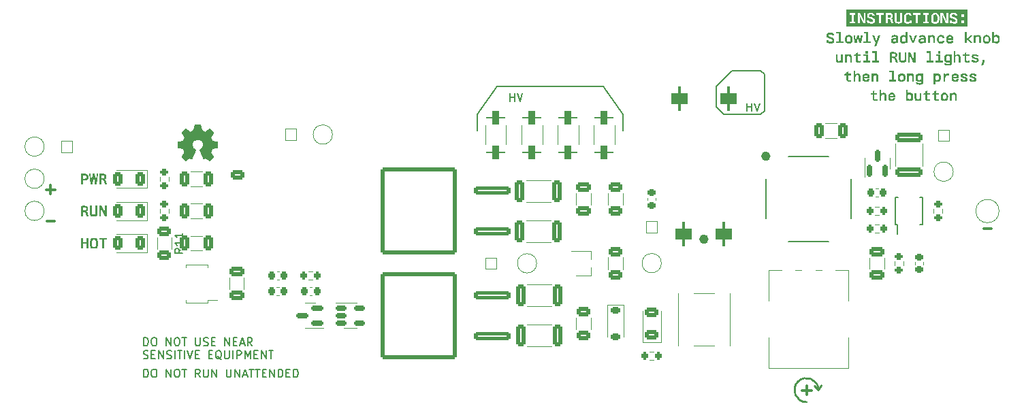
<source format=gbr>
%TF.GenerationSoftware,KiCad,Pcbnew,8.0.7*%
%TF.CreationDate,2025-01-02T06:30:12+11:00*%
%TF.ProjectId,plasma toroid unified,706c6173-6d61-4207-946f-726f69642075,v1.02*%
%TF.SameCoordinates,Original*%
%TF.FileFunction,Legend,Top*%
%TF.FilePolarity,Positive*%
%FSLAX46Y46*%
G04 Gerber Fmt 4.6, Leading zero omitted, Abs format (unit mm)*
G04 Created by KiCad (PCBNEW 8.0.7) date 2025-01-02 06:30:12*
%MOMM*%
%LPD*%
G01*
G04 APERTURE LIST*
G04 Aperture macros list*
%AMRoundRect*
0 Rectangle with rounded corners*
0 $1 Rounding radius*
0 $2 $3 $4 $5 $6 $7 $8 $9 X,Y pos of 4 corners*
0 Add a 4 corners polygon primitive as box body*
4,1,4,$2,$3,$4,$5,$6,$7,$8,$9,$2,$3,0*
0 Add four circle primitives for the rounded corners*
1,1,$1+$1,$2,$3*
1,1,$1+$1,$4,$5*
1,1,$1+$1,$6,$7*
1,1,$1+$1,$8,$9*
0 Add four rect primitives between the rounded corners*
20,1,$1+$1,$2,$3,$4,$5,0*
20,1,$1+$1,$4,$5,$6,$7,0*
20,1,$1+$1,$6,$7,$8,$9,0*
20,1,$1+$1,$8,$9,$2,$3,0*%
%AMFreePoly0*
4,1,13,0.900000,0.500000,2.600000,0.500000,2.600000,-0.500000,0.900000,-0.500000,0.400000,-1.000000,-0.400000,-1.000000,-0.900000,-0.500000,-2.600000,-0.500000,-2.600000,0.500000,-0.900000,0.500000,-0.400000,1.000000,0.400000,1.000000,0.900000,0.500000,0.900000,0.500000,$1*%
G04 Aperture macros list end*
%ADD10C,0.250000*%
%ADD11C,0.150000*%
%ADD12C,0.200000*%
%ADD13C,0.300000*%
%ADD14C,0.120000*%
%ADD15C,0.000000*%
%ADD16C,0.010000*%
%ADD17C,0.560000*%
%ADD18RoundRect,0.250000X-0.625000X0.312500X-0.625000X-0.312500X0.625000X-0.312500X0.625000X0.312500X0*%
%ADD19C,0.700000*%
%ADD20C,4.100000*%
%ADD21R,1.500000X0.700000*%
%ADD22FreePoly0,180.000000*%
%ADD23R,1.300000X1.550000*%
%ADD24RoundRect,0.793333X-0.406667X0.056667X-0.406667X-0.056667X0.406667X-0.056667X0.406667X0.056667X0*%
%ADD25RoundRect,0.816667X-0.383333X0.058333X-0.383333X-0.058333X0.383333X-0.058333X0.383333X0.058333X0*%
%ADD26RoundRect,0.225000X-0.375000X0.225000X-0.375000X-0.225000X0.375000X-0.225000X0.375000X0.225000X0*%
%ADD27C,2.000000*%
%ADD28RoundRect,0.150000X0.150000X-0.587500X0.150000X0.587500X-0.150000X0.587500X-0.150000X-0.587500X0*%
%ADD29RoundRect,0.250000X2.050000X0.300000X-2.050000X0.300000X-2.050000X-0.300000X2.050000X-0.300000X0*%
%ADD30RoundRect,0.250002X4.449998X5.149998X-4.449998X5.149998X-4.449998X-5.149998X4.449998X-5.149998X0*%
%ADD31RoundRect,0.225000X0.225000X0.250000X-0.225000X0.250000X-0.225000X-0.250000X0.225000X-0.250000X0*%
%ADD32RoundRect,0.200000X-0.275000X0.200000X-0.275000X-0.200000X0.275000X-0.200000X0.275000X0.200000X0*%
%ADD33RoundRect,0.250000X0.325000X0.650000X-0.325000X0.650000X-0.325000X-0.650000X0.325000X-0.650000X0*%
%ADD34RoundRect,0.225000X0.250000X-0.225000X0.250000X0.225000X-0.250000X0.225000X-0.250000X-0.225000X0*%
%ADD35RoundRect,0.150000X-0.512500X-0.150000X0.512500X-0.150000X0.512500X0.150000X-0.512500X0.150000X0*%
%ADD36R,1.000000X1.000000*%
%ADD37RoundRect,0.200000X0.200000X0.275000X-0.200000X0.275000X-0.200000X-0.275000X0.200000X-0.275000X0*%
%ADD38RoundRect,0.250000X0.625000X-0.312500X0.625000X0.312500X-0.625000X0.312500X-0.625000X-0.312500X0*%
%ADD39C,2.500000*%
%ADD40RoundRect,1.500000X-0.212132X-0.282843X0.282843X0.212132X0.212132X0.282843X-0.282843X-0.212132X0*%
%ADD41RoundRect,1.500000X0.282843X-0.212132X-0.212132X0.282843X-0.282843X0.212132X0.212132X-0.282843X0*%
%ADD42RoundRect,1.500000X0.212132X0.282843X-0.282843X-0.212132X-0.212132X-0.282843X0.282843X0.212132X0*%
%ADD43RoundRect,0.250000X0.625000X-0.375000X0.625000X0.375000X-0.625000X0.375000X-0.625000X-0.375000X0*%
%ADD44RoundRect,0.250000X0.362500X1.075000X-0.362500X1.075000X-0.362500X-1.075000X0.362500X-1.075000X0*%
%ADD45RoundRect,0.200000X0.275000X-0.200000X0.275000X0.200000X-0.275000X0.200000X-0.275000X-0.200000X0*%
%ADD46R,0.300000X1.400000*%
%ADD47RoundRect,0.250000X-0.650000X0.325000X-0.650000X-0.325000X0.650000X-0.325000X0.650000X0.325000X0*%
%ADD48RoundRect,0.250000X0.375000X0.625000X-0.375000X0.625000X-0.375000X-0.625000X0.375000X-0.625000X0*%
%ADD49R,1.220000X0.650000*%
%ADD50C,4.000000*%
%ADD51C,1.800000*%
%ADD52R,2.900000X5.400000*%
%ADD53RoundRect,0.250000X-1.450000X0.312500X-1.450000X-0.312500X1.450000X-0.312500X1.450000X0.312500X0*%
%ADD54RoundRect,0.200000X-0.200000X-0.275000X0.200000X-0.275000X0.200000X0.275000X-0.200000X0.275000X0*%
%ADD55RoundRect,0.225000X-0.225000X-0.250000X0.225000X-0.250000X0.225000X0.250000X-0.225000X0.250000X0*%
%ADD56RoundRect,0.150000X0.587500X0.150000X-0.587500X0.150000X-0.587500X-0.150000X0.587500X-0.150000X0*%
%ADD57RoundRect,0.250000X0.650000X-0.325000X0.650000X0.325000X-0.650000X0.325000X-0.650000X-0.325000X0*%
%ADD58RoundRect,0.800000X-0.200000X0.700000X-0.200000X-0.700000X0.200000X-0.700000X0.200000X0.700000X0*%
%ADD59R,1.350000X1.350000*%
%ADD60O,1.350000X1.350000*%
%ADD61RoundRect,0.250000X-0.625000X0.350000X-0.625000X-0.350000X0.625000X-0.350000X0.625000X0.350000X0*%
%ADD62O,1.750000X1.200000*%
%ADD63C,4.200000*%
G04 APERTURE END LIST*
D10*
X238250000Y-229300000D02*
X238550000Y-228700000D01*
X238250000Y-229300000D02*
X237750000Y-228800000D01*
D11*
X213900000Y-195000000D02*
X211500000Y-191500000D01*
X231497710Y-190020654D02*
X230997710Y-189520654D01*
X195800000Y-195000000D02*
X198300000Y-191500000D01*
X225497710Y-191520654D02*
X225497710Y-194020654D01*
X227497710Y-189520654D02*
X225497710Y-191520654D01*
X198300000Y-191500000D02*
X211500000Y-191500000D01*
X225497710Y-194020654D02*
X226497710Y-195020654D01*
D10*
X236750000Y-230800000D02*
G75*
G02*
X238250000Y-229300000I0J1500000D01*
G01*
D11*
X231497710Y-194520654D02*
X231497710Y-190020654D01*
X226497710Y-195020654D02*
X230997710Y-195020654D01*
X230997710Y-195020654D02*
X231497710Y-194520654D01*
X195800000Y-195000000D02*
X195800000Y-197000000D01*
X230997710Y-189520654D02*
X227497710Y-189520654D01*
X213900000Y-195000000D02*
X213900000Y-197000000D01*
D12*
X199867383Y-193387873D02*
X199867383Y-192387873D01*
X199867383Y-192864063D02*
X200438811Y-192864063D01*
X200438811Y-193387873D02*
X200438811Y-192387873D01*
X200772145Y-192387873D02*
X201105478Y-193387873D01*
X201105478Y-193387873D02*
X201438811Y-192387873D01*
D13*
X236204510Y-229329400D02*
X237347368Y-229329400D01*
X236775939Y-229900828D02*
X236775939Y-228757971D01*
X258792857Y-209229400D02*
X259707143Y-209229400D01*
X142178571Y-204350054D02*
X143321429Y-204350054D01*
X142750000Y-204921482D02*
X142750000Y-203778625D01*
D11*
X154334489Y-227690473D02*
X154334489Y-226690473D01*
X154334489Y-226690473D02*
X154572584Y-226690473D01*
X154572584Y-226690473D02*
X154715441Y-226738092D01*
X154715441Y-226738092D02*
X154810679Y-226833330D01*
X154810679Y-226833330D02*
X154858298Y-226928568D01*
X154858298Y-226928568D02*
X154905917Y-227119044D01*
X154905917Y-227119044D02*
X154905917Y-227261901D01*
X154905917Y-227261901D02*
X154858298Y-227452377D01*
X154858298Y-227452377D02*
X154810679Y-227547615D01*
X154810679Y-227547615D02*
X154715441Y-227642854D01*
X154715441Y-227642854D02*
X154572584Y-227690473D01*
X154572584Y-227690473D02*
X154334489Y-227690473D01*
X155524965Y-226690473D02*
X155715441Y-226690473D01*
X155715441Y-226690473D02*
X155810679Y-226738092D01*
X155810679Y-226738092D02*
X155905917Y-226833330D01*
X155905917Y-226833330D02*
X155953536Y-227023806D01*
X155953536Y-227023806D02*
X155953536Y-227357139D01*
X155953536Y-227357139D02*
X155905917Y-227547615D01*
X155905917Y-227547615D02*
X155810679Y-227642854D01*
X155810679Y-227642854D02*
X155715441Y-227690473D01*
X155715441Y-227690473D02*
X155524965Y-227690473D01*
X155524965Y-227690473D02*
X155429727Y-227642854D01*
X155429727Y-227642854D02*
X155334489Y-227547615D01*
X155334489Y-227547615D02*
X155286870Y-227357139D01*
X155286870Y-227357139D02*
X155286870Y-227023806D01*
X155286870Y-227023806D02*
X155334489Y-226833330D01*
X155334489Y-226833330D02*
X155429727Y-226738092D01*
X155429727Y-226738092D02*
X155524965Y-226690473D01*
X157144013Y-227690473D02*
X157144013Y-226690473D01*
X157144013Y-226690473D02*
X157715441Y-227690473D01*
X157715441Y-227690473D02*
X157715441Y-226690473D01*
X158382108Y-226690473D02*
X158572584Y-226690473D01*
X158572584Y-226690473D02*
X158667822Y-226738092D01*
X158667822Y-226738092D02*
X158763060Y-226833330D01*
X158763060Y-226833330D02*
X158810679Y-227023806D01*
X158810679Y-227023806D02*
X158810679Y-227357139D01*
X158810679Y-227357139D02*
X158763060Y-227547615D01*
X158763060Y-227547615D02*
X158667822Y-227642854D01*
X158667822Y-227642854D02*
X158572584Y-227690473D01*
X158572584Y-227690473D02*
X158382108Y-227690473D01*
X158382108Y-227690473D02*
X158286870Y-227642854D01*
X158286870Y-227642854D02*
X158191632Y-227547615D01*
X158191632Y-227547615D02*
X158144013Y-227357139D01*
X158144013Y-227357139D02*
X158144013Y-227023806D01*
X158144013Y-227023806D02*
X158191632Y-226833330D01*
X158191632Y-226833330D02*
X158286870Y-226738092D01*
X158286870Y-226738092D02*
X158382108Y-226690473D01*
X159096394Y-226690473D02*
X159667822Y-226690473D01*
X159382108Y-227690473D02*
X159382108Y-226690473D01*
X161334489Y-227690473D02*
X161001156Y-227214282D01*
X160763061Y-227690473D02*
X160763061Y-226690473D01*
X160763061Y-226690473D02*
X161144013Y-226690473D01*
X161144013Y-226690473D02*
X161239251Y-226738092D01*
X161239251Y-226738092D02*
X161286870Y-226785711D01*
X161286870Y-226785711D02*
X161334489Y-226880949D01*
X161334489Y-226880949D02*
X161334489Y-227023806D01*
X161334489Y-227023806D02*
X161286870Y-227119044D01*
X161286870Y-227119044D02*
X161239251Y-227166663D01*
X161239251Y-227166663D02*
X161144013Y-227214282D01*
X161144013Y-227214282D02*
X160763061Y-227214282D01*
X161763061Y-226690473D02*
X161763061Y-227499996D01*
X161763061Y-227499996D02*
X161810680Y-227595234D01*
X161810680Y-227595234D02*
X161858299Y-227642854D01*
X161858299Y-227642854D02*
X161953537Y-227690473D01*
X161953537Y-227690473D02*
X162144013Y-227690473D01*
X162144013Y-227690473D02*
X162239251Y-227642854D01*
X162239251Y-227642854D02*
X162286870Y-227595234D01*
X162286870Y-227595234D02*
X162334489Y-227499996D01*
X162334489Y-227499996D02*
X162334489Y-226690473D01*
X162810680Y-227690473D02*
X162810680Y-226690473D01*
X162810680Y-226690473D02*
X163382108Y-227690473D01*
X163382108Y-227690473D02*
X163382108Y-226690473D01*
X164620204Y-226690473D02*
X164620204Y-227499996D01*
X164620204Y-227499996D02*
X164667823Y-227595234D01*
X164667823Y-227595234D02*
X164715442Y-227642854D01*
X164715442Y-227642854D02*
X164810680Y-227690473D01*
X164810680Y-227690473D02*
X165001156Y-227690473D01*
X165001156Y-227690473D02*
X165096394Y-227642854D01*
X165096394Y-227642854D02*
X165144013Y-227595234D01*
X165144013Y-227595234D02*
X165191632Y-227499996D01*
X165191632Y-227499996D02*
X165191632Y-226690473D01*
X165667823Y-227690473D02*
X165667823Y-226690473D01*
X165667823Y-226690473D02*
X166239251Y-227690473D01*
X166239251Y-227690473D02*
X166239251Y-226690473D01*
X166667823Y-227404758D02*
X167144013Y-227404758D01*
X166572585Y-227690473D02*
X166905918Y-226690473D01*
X166905918Y-226690473D02*
X167239251Y-227690473D01*
X167429728Y-226690473D02*
X168001156Y-226690473D01*
X167715442Y-227690473D02*
X167715442Y-226690473D01*
X168191633Y-226690473D02*
X168763061Y-226690473D01*
X168477347Y-227690473D02*
X168477347Y-226690473D01*
X169096395Y-227166663D02*
X169429728Y-227166663D01*
X169572585Y-227690473D02*
X169096395Y-227690473D01*
X169096395Y-227690473D02*
X169096395Y-226690473D01*
X169096395Y-226690473D02*
X169572585Y-226690473D01*
X170001157Y-227690473D02*
X170001157Y-226690473D01*
X170001157Y-226690473D02*
X170572585Y-227690473D01*
X170572585Y-227690473D02*
X170572585Y-226690473D01*
X171048776Y-227690473D02*
X171048776Y-226690473D01*
X171048776Y-226690473D02*
X171286871Y-226690473D01*
X171286871Y-226690473D02*
X171429728Y-226738092D01*
X171429728Y-226738092D02*
X171524966Y-226833330D01*
X171524966Y-226833330D02*
X171572585Y-226928568D01*
X171572585Y-226928568D02*
X171620204Y-227119044D01*
X171620204Y-227119044D02*
X171620204Y-227261901D01*
X171620204Y-227261901D02*
X171572585Y-227452377D01*
X171572585Y-227452377D02*
X171524966Y-227547615D01*
X171524966Y-227547615D02*
X171429728Y-227642854D01*
X171429728Y-227642854D02*
X171286871Y-227690473D01*
X171286871Y-227690473D02*
X171048776Y-227690473D01*
X172048776Y-227166663D02*
X172382109Y-227166663D01*
X172524966Y-227690473D02*
X172048776Y-227690473D01*
X172048776Y-227690473D02*
X172048776Y-226690473D01*
X172048776Y-226690473D02*
X172524966Y-226690473D01*
X172953538Y-227690473D02*
X172953538Y-226690473D01*
X172953538Y-226690473D02*
X173191633Y-226690473D01*
X173191633Y-226690473D02*
X173334490Y-226738092D01*
X173334490Y-226738092D02*
X173429728Y-226833330D01*
X173429728Y-226833330D02*
X173477347Y-226928568D01*
X173477347Y-226928568D02*
X173524966Y-227119044D01*
X173524966Y-227119044D02*
X173524966Y-227261901D01*
X173524966Y-227261901D02*
X173477347Y-227452377D01*
X173477347Y-227452377D02*
X173429728Y-227547615D01*
X173429728Y-227547615D02*
X173334490Y-227642854D01*
X173334490Y-227642854D02*
X173191633Y-227690473D01*
X173191633Y-227690473D02*
X172953538Y-227690473D01*
D12*
X229367383Y-194587873D02*
X229367383Y-193587873D01*
X229367383Y-194064063D02*
X229938811Y-194064063D01*
X229938811Y-194587873D02*
X229938811Y-193587873D01*
X230272145Y-193587873D02*
X230605478Y-194587873D01*
X230605478Y-194587873D02*
X230938811Y-193587873D01*
D11*
X154334489Y-223780529D02*
X154334489Y-222780529D01*
X154334489Y-222780529D02*
X154572584Y-222780529D01*
X154572584Y-222780529D02*
X154715441Y-222828148D01*
X154715441Y-222828148D02*
X154810679Y-222923386D01*
X154810679Y-222923386D02*
X154858298Y-223018624D01*
X154858298Y-223018624D02*
X154905917Y-223209100D01*
X154905917Y-223209100D02*
X154905917Y-223351957D01*
X154905917Y-223351957D02*
X154858298Y-223542433D01*
X154858298Y-223542433D02*
X154810679Y-223637671D01*
X154810679Y-223637671D02*
X154715441Y-223732910D01*
X154715441Y-223732910D02*
X154572584Y-223780529D01*
X154572584Y-223780529D02*
X154334489Y-223780529D01*
X155524965Y-222780529D02*
X155715441Y-222780529D01*
X155715441Y-222780529D02*
X155810679Y-222828148D01*
X155810679Y-222828148D02*
X155905917Y-222923386D01*
X155905917Y-222923386D02*
X155953536Y-223113862D01*
X155953536Y-223113862D02*
X155953536Y-223447195D01*
X155953536Y-223447195D02*
X155905917Y-223637671D01*
X155905917Y-223637671D02*
X155810679Y-223732910D01*
X155810679Y-223732910D02*
X155715441Y-223780529D01*
X155715441Y-223780529D02*
X155524965Y-223780529D01*
X155524965Y-223780529D02*
X155429727Y-223732910D01*
X155429727Y-223732910D02*
X155334489Y-223637671D01*
X155334489Y-223637671D02*
X155286870Y-223447195D01*
X155286870Y-223447195D02*
X155286870Y-223113862D01*
X155286870Y-223113862D02*
X155334489Y-222923386D01*
X155334489Y-222923386D02*
X155429727Y-222828148D01*
X155429727Y-222828148D02*
X155524965Y-222780529D01*
X157144013Y-223780529D02*
X157144013Y-222780529D01*
X157144013Y-222780529D02*
X157715441Y-223780529D01*
X157715441Y-223780529D02*
X157715441Y-222780529D01*
X158382108Y-222780529D02*
X158572584Y-222780529D01*
X158572584Y-222780529D02*
X158667822Y-222828148D01*
X158667822Y-222828148D02*
X158763060Y-222923386D01*
X158763060Y-222923386D02*
X158810679Y-223113862D01*
X158810679Y-223113862D02*
X158810679Y-223447195D01*
X158810679Y-223447195D02*
X158763060Y-223637671D01*
X158763060Y-223637671D02*
X158667822Y-223732910D01*
X158667822Y-223732910D02*
X158572584Y-223780529D01*
X158572584Y-223780529D02*
X158382108Y-223780529D01*
X158382108Y-223780529D02*
X158286870Y-223732910D01*
X158286870Y-223732910D02*
X158191632Y-223637671D01*
X158191632Y-223637671D02*
X158144013Y-223447195D01*
X158144013Y-223447195D02*
X158144013Y-223113862D01*
X158144013Y-223113862D02*
X158191632Y-222923386D01*
X158191632Y-222923386D02*
X158286870Y-222828148D01*
X158286870Y-222828148D02*
X158382108Y-222780529D01*
X159096394Y-222780529D02*
X159667822Y-222780529D01*
X159382108Y-223780529D02*
X159382108Y-222780529D01*
X160763061Y-222780529D02*
X160763061Y-223590052D01*
X160763061Y-223590052D02*
X160810680Y-223685290D01*
X160810680Y-223685290D02*
X160858299Y-223732910D01*
X160858299Y-223732910D02*
X160953537Y-223780529D01*
X160953537Y-223780529D02*
X161144013Y-223780529D01*
X161144013Y-223780529D02*
X161239251Y-223732910D01*
X161239251Y-223732910D02*
X161286870Y-223685290D01*
X161286870Y-223685290D02*
X161334489Y-223590052D01*
X161334489Y-223590052D02*
X161334489Y-222780529D01*
X161763061Y-223732910D02*
X161905918Y-223780529D01*
X161905918Y-223780529D02*
X162144013Y-223780529D01*
X162144013Y-223780529D02*
X162239251Y-223732910D01*
X162239251Y-223732910D02*
X162286870Y-223685290D01*
X162286870Y-223685290D02*
X162334489Y-223590052D01*
X162334489Y-223590052D02*
X162334489Y-223494814D01*
X162334489Y-223494814D02*
X162286870Y-223399576D01*
X162286870Y-223399576D02*
X162239251Y-223351957D01*
X162239251Y-223351957D02*
X162144013Y-223304338D01*
X162144013Y-223304338D02*
X161953537Y-223256719D01*
X161953537Y-223256719D02*
X161858299Y-223209100D01*
X161858299Y-223209100D02*
X161810680Y-223161481D01*
X161810680Y-223161481D02*
X161763061Y-223066243D01*
X161763061Y-223066243D02*
X161763061Y-222971005D01*
X161763061Y-222971005D02*
X161810680Y-222875767D01*
X161810680Y-222875767D02*
X161858299Y-222828148D01*
X161858299Y-222828148D02*
X161953537Y-222780529D01*
X161953537Y-222780529D02*
X162191632Y-222780529D01*
X162191632Y-222780529D02*
X162334489Y-222828148D01*
X162763061Y-223256719D02*
X163096394Y-223256719D01*
X163239251Y-223780529D02*
X162763061Y-223780529D01*
X162763061Y-223780529D02*
X162763061Y-222780529D01*
X162763061Y-222780529D02*
X163239251Y-222780529D01*
X164429728Y-223780529D02*
X164429728Y-222780529D01*
X164429728Y-222780529D02*
X165001156Y-223780529D01*
X165001156Y-223780529D02*
X165001156Y-222780529D01*
X165477347Y-223256719D02*
X165810680Y-223256719D01*
X165953537Y-223780529D02*
X165477347Y-223780529D01*
X165477347Y-223780529D02*
X165477347Y-222780529D01*
X165477347Y-222780529D02*
X165953537Y-222780529D01*
X166334490Y-223494814D02*
X166810680Y-223494814D01*
X166239252Y-223780529D02*
X166572585Y-222780529D01*
X166572585Y-222780529D02*
X166905918Y-223780529D01*
X167810680Y-223780529D02*
X167477347Y-223304338D01*
X167239252Y-223780529D02*
X167239252Y-222780529D01*
X167239252Y-222780529D02*
X167620204Y-222780529D01*
X167620204Y-222780529D02*
X167715442Y-222828148D01*
X167715442Y-222828148D02*
X167763061Y-222875767D01*
X167763061Y-222875767D02*
X167810680Y-222971005D01*
X167810680Y-222971005D02*
X167810680Y-223113862D01*
X167810680Y-223113862D02*
X167763061Y-223209100D01*
X167763061Y-223209100D02*
X167715442Y-223256719D01*
X167715442Y-223256719D02*
X167620204Y-223304338D01*
X167620204Y-223304338D02*
X167239252Y-223304338D01*
X154286870Y-225342854D02*
X154429727Y-225390473D01*
X154429727Y-225390473D02*
X154667822Y-225390473D01*
X154667822Y-225390473D02*
X154763060Y-225342854D01*
X154763060Y-225342854D02*
X154810679Y-225295234D01*
X154810679Y-225295234D02*
X154858298Y-225199996D01*
X154858298Y-225199996D02*
X154858298Y-225104758D01*
X154858298Y-225104758D02*
X154810679Y-225009520D01*
X154810679Y-225009520D02*
X154763060Y-224961901D01*
X154763060Y-224961901D02*
X154667822Y-224914282D01*
X154667822Y-224914282D02*
X154477346Y-224866663D01*
X154477346Y-224866663D02*
X154382108Y-224819044D01*
X154382108Y-224819044D02*
X154334489Y-224771425D01*
X154334489Y-224771425D02*
X154286870Y-224676187D01*
X154286870Y-224676187D02*
X154286870Y-224580949D01*
X154286870Y-224580949D02*
X154334489Y-224485711D01*
X154334489Y-224485711D02*
X154382108Y-224438092D01*
X154382108Y-224438092D02*
X154477346Y-224390473D01*
X154477346Y-224390473D02*
X154715441Y-224390473D01*
X154715441Y-224390473D02*
X154858298Y-224438092D01*
X155286870Y-224866663D02*
X155620203Y-224866663D01*
X155763060Y-225390473D02*
X155286870Y-225390473D01*
X155286870Y-225390473D02*
X155286870Y-224390473D01*
X155286870Y-224390473D02*
X155763060Y-224390473D01*
X156191632Y-225390473D02*
X156191632Y-224390473D01*
X156191632Y-224390473D02*
X156763060Y-225390473D01*
X156763060Y-225390473D02*
X156763060Y-224390473D01*
X157191632Y-225342854D02*
X157334489Y-225390473D01*
X157334489Y-225390473D02*
X157572584Y-225390473D01*
X157572584Y-225390473D02*
X157667822Y-225342854D01*
X157667822Y-225342854D02*
X157715441Y-225295234D01*
X157715441Y-225295234D02*
X157763060Y-225199996D01*
X157763060Y-225199996D02*
X157763060Y-225104758D01*
X157763060Y-225104758D02*
X157715441Y-225009520D01*
X157715441Y-225009520D02*
X157667822Y-224961901D01*
X157667822Y-224961901D02*
X157572584Y-224914282D01*
X157572584Y-224914282D02*
X157382108Y-224866663D01*
X157382108Y-224866663D02*
X157286870Y-224819044D01*
X157286870Y-224819044D02*
X157239251Y-224771425D01*
X157239251Y-224771425D02*
X157191632Y-224676187D01*
X157191632Y-224676187D02*
X157191632Y-224580949D01*
X157191632Y-224580949D02*
X157239251Y-224485711D01*
X157239251Y-224485711D02*
X157286870Y-224438092D01*
X157286870Y-224438092D02*
X157382108Y-224390473D01*
X157382108Y-224390473D02*
X157620203Y-224390473D01*
X157620203Y-224390473D02*
X157763060Y-224438092D01*
X158191632Y-225390473D02*
X158191632Y-224390473D01*
X158524965Y-224390473D02*
X159096393Y-224390473D01*
X158810679Y-225390473D02*
X158810679Y-224390473D01*
X159429727Y-225390473D02*
X159429727Y-224390473D01*
X159763060Y-224390473D02*
X160096393Y-225390473D01*
X160096393Y-225390473D02*
X160429726Y-224390473D01*
X160763060Y-224866663D02*
X161096393Y-224866663D01*
X161239250Y-225390473D02*
X160763060Y-225390473D01*
X160763060Y-225390473D02*
X160763060Y-224390473D01*
X160763060Y-224390473D02*
X161239250Y-224390473D01*
X162429727Y-224866663D02*
X162763060Y-224866663D01*
X162905917Y-225390473D02*
X162429727Y-225390473D01*
X162429727Y-225390473D02*
X162429727Y-224390473D01*
X162429727Y-224390473D02*
X162905917Y-224390473D01*
X164001155Y-225485711D02*
X163905917Y-225438092D01*
X163905917Y-225438092D02*
X163810679Y-225342854D01*
X163810679Y-225342854D02*
X163667822Y-225199996D01*
X163667822Y-225199996D02*
X163572584Y-225152377D01*
X163572584Y-225152377D02*
X163477346Y-225152377D01*
X163524965Y-225390473D02*
X163429727Y-225342854D01*
X163429727Y-225342854D02*
X163334489Y-225247615D01*
X163334489Y-225247615D02*
X163286870Y-225057139D01*
X163286870Y-225057139D02*
X163286870Y-224723806D01*
X163286870Y-224723806D02*
X163334489Y-224533330D01*
X163334489Y-224533330D02*
X163429727Y-224438092D01*
X163429727Y-224438092D02*
X163524965Y-224390473D01*
X163524965Y-224390473D02*
X163715441Y-224390473D01*
X163715441Y-224390473D02*
X163810679Y-224438092D01*
X163810679Y-224438092D02*
X163905917Y-224533330D01*
X163905917Y-224533330D02*
X163953536Y-224723806D01*
X163953536Y-224723806D02*
X163953536Y-225057139D01*
X163953536Y-225057139D02*
X163905917Y-225247615D01*
X163905917Y-225247615D02*
X163810679Y-225342854D01*
X163810679Y-225342854D02*
X163715441Y-225390473D01*
X163715441Y-225390473D02*
X163524965Y-225390473D01*
X164382108Y-224390473D02*
X164382108Y-225199996D01*
X164382108Y-225199996D02*
X164429727Y-225295234D01*
X164429727Y-225295234D02*
X164477346Y-225342854D01*
X164477346Y-225342854D02*
X164572584Y-225390473D01*
X164572584Y-225390473D02*
X164763060Y-225390473D01*
X164763060Y-225390473D02*
X164858298Y-225342854D01*
X164858298Y-225342854D02*
X164905917Y-225295234D01*
X164905917Y-225295234D02*
X164953536Y-225199996D01*
X164953536Y-225199996D02*
X164953536Y-224390473D01*
X165429727Y-225390473D02*
X165429727Y-224390473D01*
X165905917Y-225390473D02*
X165905917Y-224390473D01*
X165905917Y-224390473D02*
X166286869Y-224390473D01*
X166286869Y-224390473D02*
X166382107Y-224438092D01*
X166382107Y-224438092D02*
X166429726Y-224485711D01*
X166429726Y-224485711D02*
X166477345Y-224580949D01*
X166477345Y-224580949D02*
X166477345Y-224723806D01*
X166477345Y-224723806D02*
X166429726Y-224819044D01*
X166429726Y-224819044D02*
X166382107Y-224866663D01*
X166382107Y-224866663D02*
X166286869Y-224914282D01*
X166286869Y-224914282D02*
X165905917Y-224914282D01*
X166905917Y-225390473D02*
X166905917Y-224390473D01*
X166905917Y-224390473D02*
X167239250Y-225104758D01*
X167239250Y-225104758D02*
X167572583Y-224390473D01*
X167572583Y-224390473D02*
X167572583Y-225390473D01*
X168048774Y-224866663D02*
X168382107Y-224866663D01*
X168524964Y-225390473D02*
X168048774Y-225390473D01*
X168048774Y-225390473D02*
X168048774Y-224390473D01*
X168048774Y-224390473D02*
X168524964Y-224390473D01*
X168953536Y-225390473D02*
X168953536Y-224390473D01*
X168953536Y-224390473D02*
X169524964Y-225390473D01*
X169524964Y-225390473D02*
X169524964Y-224390473D01*
X169858298Y-224390473D02*
X170429726Y-224390473D01*
X170144012Y-225390473D02*
X170144012Y-224390473D01*
D13*
X142292857Y-208250054D02*
X143207143Y-208250054D01*
D11*
X159174824Y-211663511D02*
X158698633Y-211996844D01*
X159174824Y-212234939D02*
X158174824Y-212234939D01*
X158174824Y-212234939D02*
X158174824Y-211853987D01*
X158174824Y-211853987D02*
X158222443Y-211758749D01*
X158222443Y-211758749D02*
X158270062Y-211711130D01*
X158270062Y-211711130D02*
X158365300Y-211663511D01*
X158365300Y-211663511D02*
X158508157Y-211663511D01*
X158508157Y-211663511D02*
X158603395Y-211711130D01*
X158603395Y-211711130D02*
X158651014Y-211758749D01*
X158651014Y-211758749D02*
X158698633Y-211853987D01*
X158698633Y-211853987D02*
X158698633Y-212234939D01*
X159174824Y-210711130D02*
X159174824Y-211282558D01*
X159174824Y-210996844D02*
X158174824Y-210996844D01*
X158174824Y-210996844D02*
X158317681Y-211092082D01*
X158317681Y-211092082D02*
X158412919Y-211187320D01*
X158412919Y-211187320D02*
X158460538Y-211282558D01*
X159174824Y-209758749D02*
X159174824Y-210330177D01*
X159174824Y-210044463D02*
X158174824Y-210044463D01*
X158174824Y-210044463D02*
X158317681Y-210139701D01*
X158317681Y-210139701D02*
X158412919Y-210234939D01*
X158412919Y-210234939D02*
X158460538Y-210330177D01*
D14*
%TO.C,R11*%
X157810005Y-210293590D02*
X157810005Y-211747718D01*
X155990005Y-210293590D02*
X155990005Y-211747718D01*
D15*
%TO.C,kibuzzard-6619ED77*%
G36*
X149756483Y-210591076D02*
G01*
X149409773Y-210591076D01*
X149409773Y-211669307D01*
X149165933Y-211669307D01*
X149165933Y-210591076D01*
X148819223Y-210591076D01*
X148819223Y-210373906D01*
X149756483Y-210373906D01*
X149756483Y-210591076D01*
G37*
G36*
X146782778Y-210888256D02*
G01*
X147220928Y-210888256D01*
X147220928Y-210373906D01*
X147464768Y-210373906D01*
X147464768Y-211669307D01*
X147220928Y-211669307D01*
X147220928Y-211103521D01*
X146782778Y-211103521D01*
X146782778Y-211669307D01*
X146538937Y-211669307D01*
X146538937Y-210373906D01*
X146782778Y-210373906D01*
X146782778Y-210888256D01*
G37*
G36*
X148266878Y-210361524D02*
G01*
X148368796Y-210381526D01*
X148450605Y-210414864D01*
X148542521Y-210495588D01*
X148603005Y-210617746D01*
X148627876Y-210726543D01*
X148642798Y-210862433D01*
X148647773Y-211025416D01*
X148642798Y-211186072D01*
X148627876Y-211320057D01*
X148603005Y-211427371D01*
X148542521Y-211547863D01*
X148450605Y-211627397D01*
X148368796Y-211660205D01*
X148266878Y-211679890D01*
X148144853Y-211686452D01*
X148022827Y-211679890D01*
X147920909Y-211660205D01*
X147839100Y-211627397D01*
X147747184Y-211547863D01*
X147686700Y-211427371D01*
X147661829Y-211320057D01*
X147646907Y-211186072D01*
X147641933Y-211025416D01*
X147881963Y-211025416D01*
X147887916Y-211182341D01*
X147905775Y-211298784D01*
X147937684Y-211381175D01*
X147985785Y-211435944D01*
X148053651Y-211466662D01*
X148144853Y-211476902D01*
X148235816Y-211466662D01*
X148302967Y-211435944D01*
X148350354Y-211381175D01*
X148382025Y-211298784D01*
X148399884Y-211182341D01*
X148405837Y-211025416D01*
X148399884Y-210863730D01*
X148382025Y-210744429D01*
X148350354Y-210660609D01*
X148302967Y-210605364D01*
X148235816Y-210574646D01*
X148144853Y-210564406D01*
X148053651Y-210574646D01*
X147985785Y-210605364D01*
X147937684Y-210660847D01*
X147905775Y-210745381D01*
X147887916Y-210864920D01*
X147881963Y-211025416D01*
X147641933Y-211025416D01*
X147646907Y-210862433D01*
X147661829Y-210726543D01*
X147686700Y-210617746D01*
X147747184Y-210495588D01*
X147839100Y-210414864D01*
X147920909Y-210381526D01*
X148022827Y-210361524D01*
X148144853Y-210354856D01*
X148266878Y-210361524D01*
G37*
D14*
%TO.C,U2*%
X159535420Y-213681308D02*
X162255420Y-213681308D01*
X159535420Y-214011308D02*
X159535420Y-213681308D01*
X159535420Y-218401308D02*
X159535420Y-218071308D01*
X162255420Y-213681308D02*
X162255420Y-214011308D01*
X162255420Y-218401308D02*
X159535420Y-218401308D01*
X162255420Y-218401308D02*
X162255420Y-218071308D01*
X163435420Y-218071308D02*
X162255420Y-218071308D01*
%TO.C,SW1*%
X220767710Y-217290654D02*
X220797710Y-217290654D01*
X220767710Y-223750654D02*
X220767710Y-217290654D01*
X220797710Y-223750654D02*
X220767710Y-223750654D01*
X222697710Y-217290654D02*
X225297710Y-217290654D01*
X222697710Y-223750654D02*
X225297710Y-223750654D01*
X227227710Y-217290654D02*
X227197710Y-217290654D01*
X227227710Y-223750654D02*
X227197710Y-223750654D01*
X227227710Y-223750654D02*
X227227710Y-217290654D01*
%TO.C,Cp4*%
X196790000Y-196359402D02*
X196790000Y-198681906D01*
X199400000Y-196359402D02*
X199400000Y-198681906D01*
%TO.C,D5*%
X212000000Y-218660654D02*
X212000000Y-222670654D01*
X214000000Y-218660654D02*
X212000000Y-218660654D01*
X214000000Y-218660654D02*
X214000000Y-222670654D01*
%TO.C,TP6*%
X177800000Y-197500000D02*
G75*
G02*
X175400000Y-197500000I-1200000J0D01*
G01*
X175400000Y-197500000D02*
G75*
G02*
X177800000Y-197500000I1200000J0D01*
G01*
%TO.C,D4*%
X244000210Y-201070654D02*
X244000210Y-200420654D01*
X244000210Y-201070654D02*
X244000210Y-202745654D01*
X247120210Y-201070654D02*
X247120210Y-200420654D01*
X247120210Y-201070654D02*
X247120210Y-201720654D01*
%TO.C,C3*%
X245640580Y-204210654D02*
X245359420Y-204210654D01*
X245640580Y-205230654D02*
X245359420Y-205230654D01*
%TO.C,R4*%
X156377505Y-202783396D02*
X156377505Y-203257912D01*
X157422505Y-202783396D02*
X157422505Y-203257912D01*
D16*
%TO.C,SYM1*%
X161414570Y-196622353D02*
X161477435Y-196955821D01*
X161709400Y-197051445D01*
X161941364Y-197147068D01*
X162219644Y-196957839D01*
X162297577Y-196905151D01*
X162368024Y-196858108D01*
X162427699Y-196818858D01*
X162473312Y-196789548D01*
X162501577Y-196772325D01*
X162509275Y-196768611D01*
X162523142Y-196778161D01*
X162552775Y-196804566D01*
X162594851Y-196844451D01*
X162646049Y-196894443D01*
X162703049Y-196951170D01*
X162762529Y-197011258D01*
X162821165Y-197071335D01*
X162875639Y-197128027D01*
X162922628Y-197177964D01*
X162958811Y-197217768D01*
X162980867Y-197244070D01*
X162986140Y-197252872D01*
X162978551Y-197269099D01*
X162957278Y-197304651D01*
X162924556Y-197356050D01*
X162882623Y-197419816D01*
X162833714Y-197492475D01*
X162805373Y-197533917D01*
X162753716Y-197609590D01*
X162707815Y-197677879D01*
X162669893Y-197735382D01*
X162642181Y-197778700D01*
X162626903Y-197804437D01*
X162624607Y-197809845D01*
X162629812Y-197825215D01*
X162643997Y-197861040D01*
X162665024Y-197912278D01*
X162690752Y-197973897D01*
X162719041Y-198040857D01*
X162747749Y-198108123D01*
X162774737Y-198170658D01*
X162797864Y-198223425D01*
X162814988Y-198261387D01*
X162823972Y-198279508D01*
X162824503Y-198280221D01*
X162838607Y-198283681D01*
X162876173Y-198291400D01*
X162933304Y-198302620D01*
X163006108Y-198316581D01*
X163090691Y-198332524D01*
X163140041Y-198341718D01*
X163230422Y-198358926D01*
X163312057Y-198375301D01*
X163380817Y-198389946D01*
X163432570Y-198401965D01*
X163463188Y-198410464D01*
X163469342Y-198413160D01*
X163475371Y-198431409D01*
X163480234Y-198472624D01*
X163483937Y-198531985D01*
X163486483Y-198604673D01*
X163487873Y-198685868D01*
X163488113Y-198770752D01*
X163487204Y-198854504D01*
X163485152Y-198932305D01*
X163481957Y-198999334D01*
X163477625Y-199050773D01*
X163472159Y-199081801D01*
X163468880Y-199088261D01*
X163449283Y-199096003D01*
X163407754Y-199107073D01*
X163349789Y-199120168D01*
X163280882Y-199133989D01*
X163256828Y-199138459D01*
X163140853Y-199159703D01*
X163049240Y-199176811D01*
X162978964Y-199190464D01*
X162926998Y-199201340D01*
X162890312Y-199210123D01*
X162865882Y-199217489D01*
X162850681Y-199224121D01*
X162841679Y-199230697D01*
X162840419Y-199231996D01*
X162827848Y-199252931D01*
X162808670Y-199293674D01*
X162784801Y-199349236D01*
X162758155Y-199414627D01*
X162730646Y-199484860D01*
X162704192Y-199554943D01*
X162680707Y-199619888D01*
X162662104Y-199674709D01*
X162650300Y-199714412D01*
X162647209Y-199734011D01*
X162647467Y-199734698D01*
X162657940Y-199750718D01*
X162681701Y-199785967D01*
X162716252Y-199836773D01*
X162759098Y-199899470D01*
X162807739Y-199970390D01*
X162821591Y-199990544D01*
X162870983Y-200063609D01*
X162914447Y-200130275D01*
X162949613Y-200186713D01*
X162974114Y-200229094D01*
X162985585Y-200253589D01*
X162986140Y-200256598D01*
X162976504Y-200272417D01*
X162949876Y-200303752D01*
X162909679Y-200347237D01*
X162859337Y-200399504D01*
X162802274Y-200457187D01*
X162741913Y-200516915D01*
X162681674Y-200575324D01*
X162624983Y-200629043D01*
X162575263Y-200674706D01*
X162535936Y-200708944D01*
X162510425Y-200728391D01*
X162503368Y-200731565D01*
X162486941Y-200724088D01*
X162453310Y-200703919D01*
X162407950Y-200674456D01*
X162373051Y-200650741D01*
X162309815Y-200607227D01*
X162234929Y-200555992D01*
X162159814Y-200504837D01*
X162119429Y-200477459D01*
X161982737Y-200385004D01*
X161867995Y-200447044D01*
X161815721Y-200474222D01*
X161771270Y-200495348D01*
X161741192Y-200507396D01*
X161733536Y-200509073D01*
X161724331Y-200496695D01*
X161706169Y-200461715D01*
X161680406Y-200407360D01*
X161648401Y-200336858D01*
X161611505Y-200253434D01*
X161571077Y-200160314D01*
X161528473Y-200060728D01*
X161485046Y-199957898D01*
X161442154Y-199855055D01*
X161401153Y-199755422D01*
X161363398Y-199662227D01*
X161330245Y-199578697D01*
X161303048Y-199508057D01*
X161283166Y-199453537D01*
X161271953Y-199418359D01*
X161270150Y-199406278D01*
X161284442Y-199390868D01*
X161315737Y-199365853D01*
X161357489Y-199336430D01*
X161360993Y-199334102D01*
X161468908Y-199247720D01*
X161555921Y-199146943D01*
X161621282Y-199034992D01*
X161664233Y-198915088D01*
X161684024Y-198790456D01*
X161679898Y-198664318D01*
X161651102Y-198539894D01*
X161596880Y-198420411D01*
X161580929Y-198394270D01*
X161497957Y-198288708D01*
X161399936Y-198203940D01*
X161290258Y-198140407D01*
X161172316Y-198098550D01*
X161049502Y-198078810D01*
X160925211Y-198081627D01*
X160802832Y-198107442D01*
X160685760Y-198156697D01*
X160577386Y-198229831D01*
X160543863Y-198259515D01*
X160458544Y-198352432D01*
X160396374Y-198450247D01*
X160353727Y-198559889D01*
X160329976Y-198668470D01*
X160324113Y-198790549D01*
X160343664Y-198913234D01*
X160386645Y-199032377D01*
X160451068Y-199143833D01*
X160534950Y-199243454D01*
X160636303Y-199327096D01*
X160649623Y-199335911D01*
X160691823Y-199364785D01*
X160723903Y-199389800D01*
X160739239Y-199405774D01*
X160739463Y-199406278D01*
X160736170Y-199423556D01*
X160723117Y-199462771D01*
X160701661Y-199520696D01*
X160673160Y-199594105D01*
X160638966Y-199679771D01*
X160600438Y-199774472D01*
X160558932Y-199874978D01*
X160515804Y-199978067D01*
X160472412Y-200080510D01*
X160430109Y-200179081D01*
X160390254Y-200270557D01*
X160354203Y-200351710D01*
X160323312Y-200419315D01*
X160298937Y-200470145D01*
X160282434Y-200500976D01*
X160275787Y-200509073D01*
X160255480Y-200502767D01*
X160217484Y-200485858D01*
X160168348Y-200461363D01*
X160141330Y-200447044D01*
X160026586Y-200385004D01*
X159889894Y-200477459D01*
X159820117Y-200524825D01*
X159743722Y-200576948D01*
X159672132Y-200626027D01*
X159636273Y-200650741D01*
X159585840Y-200684608D01*
X159543133Y-200711446D01*
X159513726Y-200727857D01*
X159504175Y-200731325D01*
X159490273Y-200721967D01*
X159459505Y-200695843D01*
X159414855Y-200655662D01*
X159359304Y-200604140D01*
X159295837Y-200543989D01*
X159255697Y-200505368D01*
X159185472Y-200436368D01*
X159124780Y-200374652D01*
X159076078Y-200322862D01*
X159041817Y-200283637D01*
X159024453Y-200259616D01*
X159022786Y-200254741D01*
X159030517Y-200236199D01*
X159051882Y-200198707D01*
X159084508Y-200146063D01*
X159126028Y-200082059D01*
X159174070Y-200010496D01*
X159187734Y-199990544D01*
X159237516Y-199918028D01*
X159282177Y-199852741D01*
X159319222Y-199798349D01*
X159346155Y-199758523D01*
X159360475Y-199736930D01*
X159361858Y-199734698D01*
X159359790Y-199717490D01*
X159348807Y-199679656D01*
X159330826Y-199626184D01*
X159307761Y-199562063D01*
X159281527Y-199492283D01*
X159254041Y-199421834D01*
X159227215Y-199355702D01*
X159202965Y-199298879D01*
X159183207Y-199256351D01*
X159169854Y-199233110D01*
X159168906Y-199231996D01*
X159160740Y-199225354D01*
X159146949Y-199218785D01*
X159124506Y-199211611D01*
X159090384Y-199203151D01*
X159041554Y-199192723D01*
X158974990Y-199179650D01*
X158887666Y-199163252D01*
X158776554Y-199142846D01*
X158752497Y-199138459D01*
X158681196Y-199124684D01*
X158619037Y-199111207D01*
X158571513Y-199099330D01*
X158544117Y-199090354D01*
X158540443Y-199088261D01*
X158534391Y-199069708D01*
X158529471Y-199028246D01*
X158525686Y-198968695D01*
X158523042Y-198895876D01*
X158521540Y-198814607D01*
X158521183Y-198729709D01*
X158521978Y-198646000D01*
X158523924Y-198568300D01*
X158527026Y-198501430D01*
X158531289Y-198450208D01*
X158536713Y-198419454D01*
X158539983Y-198413160D01*
X158558187Y-198406810D01*
X158599641Y-198396481D01*
X158660214Y-198383067D01*
X158735776Y-198367465D01*
X158822199Y-198350572D01*
X158869284Y-198341718D01*
X158958621Y-198325018D01*
X159038287Y-198309889D01*
X159104391Y-198297091D01*
X159153036Y-198287382D01*
X159180330Y-198281521D01*
X159184822Y-198280221D01*
X159192415Y-198265572D01*
X159208464Y-198230287D01*
X159230832Y-198179407D01*
X159257377Y-198117973D01*
X159285961Y-198051025D01*
X159314446Y-197983606D01*
X159340690Y-197920756D01*
X159362556Y-197867515D01*
X159377904Y-197828925D01*
X159384594Y-197810028D01*
X159384718Y-197809201D01*
X159377134Y-197794294D01*
X159355873Y-197759988D01*
X159323169Y-197709693D01*
X159281256Y-197646817D01*
X159232371Y-197574774D01*
X159203952Y-197533392D01*
X159152167Y-197457516D01*
X159106173Y-197388627D01*
X159068214Y-197330212D01*
X159040533Y-197285757D01*
X159025374Y-197258743D01*
X159023185Y-197252688D01*
X159032596Y-197238592D01*
X159058614Y-197208498D01*
X159097914Y-197165775D01*
X159147172Y-197113794D01*
X159203068Y-197055928D01*
X159262276Y-196995549D01*
X159321474Y-196936027D01*
X159377335Y-196880734D01*
X159426540Y-196833043D01*
X159465763Y-196796325D01*
X159491682Y-196773951D01*
X159500352Y-196768611D01*
X159514470Y-196776120D01*
X159548238Y-196797213D01*
X159598371Y-196829745D01*
X159661587Y-196871568D01*
X159734602Y-196920534D01*
X159789681Y-196957839D01*
X160067961Y-197147068D01*
X160531890Y-196955821D01*
X160594755Y-196622353D01*
X160657620Y-196288885D01*
X161351705Y-196288885D01*
X161414570Y-196622353D01*
G36*
X161414570Y-196622353D02*
G01*
X161477435Y-196955821D01*
X161709400Y-197051445D01*
X161941364Y-197147068D01*
X162219644Y-196957839D01*
X162297577Y-196905151D01*
X162368024Y-196858108D01*
X162427699Y-196818858D01*
X162473312Y-196789548D01*
X162501577Y-196772325D01*
X162509275Y-196768611D01*
X162523142Y-196778161D01*
X162552775Y-196804566D01*
X162594851Y-196844451D01*
X162646049Y-196894443D01*
X162703049Y-196951170D01*
X162762529Y-197011258D01*
X162821165Y-197071335D01*
X162875639Y-197128027D01*
X162922628Y-197177964D01*
X162958811Y-197217768D01*
X162980867Y-197244070D01*
X162986140Y-197252872D01*
X162978551Y-197269099D01*
X162957278Y-197304651D01*
X162924556Y-197356050D01*
X162882623Y-197419816D01*
X162833714Y-197492475D01*
X162805373Y-197533917D01*
X162753716Y-197609590D01*
X162707815Y-197677879D01*
X162669893Y-197735382D01*
X162642181Y-197778700D01*
X162626903Y-197804437D01*
X162624607Y-197809845D01*
X162629812Y-197825215D01*
X162643997Y-197861040D01*
X162665024Y-197912278D01*
X162690752Y-197973897D01*
X162719041Y-198040857D01*
X162747749Y-198108123D01*
X162774737Y-198170658D01*
X162797864Y-198223425D01*
X162814988Y-198261387D01*
X162823972Y-198279508D01*
X162824503Y-198280221D01*
X162838607Y-198283681D01*
X162876173Y-198291400D01*
X162933304Y-198302620D01*
X163006108Y-198316581D01*
X163090691Y-198332524D01*
X163140041Y-198341718D01*
X163230422Y-198358926D01*
X163312057Y-198375301D01*
X163380817Y-198389946D01*
X163432570Y-198401965D01*
X163463188Y-198410464D01*
X163469342Y-198413160D01*
X163475371Y-198431409D01*
X163480234Y-198472624D01*
X163483937Y-198531985D01*
X163486483Y-198604673D01*
X163487873Y-198685868D01*
X163488113Y-198770752D01*
X163487204Y-198854504D01*
X163485152Y-198932305D01*
X163481957Y-198999334D01*
X163477625Y-199050773D01*
X163472159Y-199081801D01*
X163468880Y-199088261D01*
X163449283Y-199096003D01*
X163407754Y-199107073D01*
X163349789Y-199120168D01*
X163280882Y-199133989D01*
X163256828Y-199138459D01*
X163140853Y-199159703D01*
X163049240Y-199176811D01*
X162978964Y-199190464D01*
X162926998Y-199201340D01*
X162890312Y-199210123D01*
X162865882Y-199217489D01*
X162850681Y-199224121D01*
X162841679Y-199230697D01*
X162840419Y-199231996D01*
X162827848Y-199252931D01*
X162808670Y-199293674D01*
X162784801Y-199349236D01*
X162758155Y-199414627D01*
X162730646Y-199484860D01*
X162704192Y-199554943D01*
X162680707Y-199619888D01*
X162662104Y-199674709D01*
X162650300Y-199714412D01*
X162647209Y-199734011D01*
X162647467Y-199734698D01*
X162657940Y-199750718D01*
X162681701Y-199785967D01*
X162716252Y-199836773D01*
X162759098Y-199899470D01*
X162807739Y-199970390D01*
X162821591Y-199990544D01*
X162870983Y-200063609D01*
X162914447Y-200130275D01*
X162949613Y-200186713D01*
X162974114Y-200229094D01*
X162985585Y-200253589D01*
X162986140Y-200256598D01*
X162976504Y-200272417D01*
X162949876Y-200303752D01*
X162909679Y-200347237D01*
X162859337Y-200399504D01*
X162802274Y-200457187D01*
X162741913Y-200516915D01*
X162681674Y-200575324D01*
X162624983Y-200629043D01*
X162575263Y-200674706D01*
X162535936Y-200708944D01*
X162510425Y-200728391D01*
X162503368Y-200731565D01*
X162486941Y-200724088D01*
X162453310Y-200703919D01*
X162407950Y-200674456D01*
X162373051Y-200650741D01*
X162309815Y-200607227D01*
X162234929Y-200555992D01*
X162159814Y-200504837D01*
X162119429Y-200477459D01*
X161982737Y-200385004D01*
X161867995Y-200447044D01*
X161815721Y-200474222D01*
X161771270Y-200495348D01*
X161741192Y-200507396D01*
X161733536Y-200509073D01*
X161724331Y-200496695D01*
X161706169Y-200461715D01*
X161680406Y-200407360D01*
X161648401Y-200336858D01*
X161611505Y-200253434D01*
X161571077Y-200160314D01*
X161528473Y-200060728D01*
X161485046Y-199957898D01*
X161442154Y-199855055D01*
X161401153Y-199755422D01*
X161363398Y-199662227D01*
X161330245Y-199578697D01*
X161303048Y-199508057D01*
X161283166Y-199453537D01*
X161271953Y-199418359D01*
X161270150Y-199406278D01*
X161284442Y-199390868D01*
X161315737Y-199365853D01*
X161357489Y-199336430D01*
X161360993Y-199334102D01*
X161468908Y-199247720D01*
X161555921Y-199146943D01*
X161621282Y-199034992D01*
X161664233Y-198915088D01*
X161684024Y-198790456D01*
X161679898Y-198664318D01*
X161651102Y-198539894D01*
X161596880Y-198420411D01*
X161580929Y-198394270D01*
X161497957Y-198288708D01*
X161399936Y-198203940D01*
X161290258Y-198140407D01*
X161172316Y-198098550D01*
X161049502Y-198078810D01*
X160925211Y-198081627D01*
X160802832Y-198107442D01*
X160685760Y-198156697D01*
X160577386Y-198229831D01*
X160543863Y-198259515D01*
X160458544Y-198352432D01*
X160396374Y-198450247D01*
X160353727Y-198559889D01*
X160329976Y-198668470D01*
X160324113Y-198790549D01*
X160343664Y-198913234D01*
X160386645Y-199032377D01*
X160451068Y-199143833D01*
X160534950Y-199243454D01*
X160636303Y-199327096D01*
X160649623Y-199335911D01*
X160691823Y-199364785D01*
X160723903Y-199389800D01*
X160739239Y-199405774D01*
X160739463Y-199406278D01*
X160736170Y-199423556D01*
X160723117Y-199462771D01*
X160701661Y-199520696D01*
X160673160Y-199594105D01*
X160638966Y-199679771D01*
X160600438Y-199774472D01*
X160558932Y-199874978D01*
X160515804Y-199978067D01*
X160472412Y-200080510D01*
X160430109Y-200179081D01*
X160390254Y-200270557D01*
X160354203Y-200351710D01*
X160323312Y-200419315D01*
X160298937Y-200470145D01*
X160282434Y-200500976D01*
X160275787Y-200509073D01*
X160255480Y-200502767D01*
X160217484Y-200485858D01*
X160168348Y-200461363D01*
X160141330Y-200447044D01*
X160026586Y-200385004D01*
X159889894Y-200477459D01*
X159820117Y-200524825D01*
X159743722Y-200576948D01*
X159672132Y-200626027D01*
X159636273Y-200650741D01*
X159585840Y-200684608D01*
X159543133Y-200711446D01*
X159513726Y-200727857D01*
X159504175Y-200731325D01*
X159490273Y-200721967D01*
X159459505Y-200695843D01*
X159414855Y-200655662D01*
X159359304Y-200604140D01*
X159295837Y-200543989D01*
X159255697Y-200505368D01*
X159185472Y-200436368D01*
X159124780Y-200374652D01*
X159076078Y-200322862D01*
X159041817Y-200283637D01*
X159024453Y-200259616D01*
X159022786Y-200254741D01*
X159030517Y-200236199D01*
X159051882Y-200198707D01*
X159084508Y-200146063D01*
X159126028Y-200082059D01*
X159174070Y-200010496D01*
X159187734Y-199990544D01*
X159237516Y-199918028D01*
X159282177Y-199852741D01*
X159319222Y-199798349D01*
X159346155Y-199758523D01*
X159360475Y-199736930D01*
X159361858Y-199734698D01*
X159359790Y-199717490D01*
X159348807Y-199679656D01*
X159330826Y-199626184D01*
X159307761Y-199562063D01*
X159281527Y-199492283D01*
X159254041Y-199421834D01*
X159227215Y-199355702D01*
X159202965Y-199298879D01*
X159183207Y-199256351D01*
X159169854Y-199233110D01*
X159168906Y-199231996D01*
X159160740Y-199225354D01*
X159146949Y-199218785D01*
X159124506Y-199211611D01*
X159090384Y-199203151D01*
X159041554Y-199192723D01*
X158974990Y-199179650D01*
X158887666Y-199163252D01*
X158776554Y-199142846D01*
X158752497Y-199138459D01*
X158681196Y-199124684D01*
X158619037Y-199111207D01*
X158571513Y-199099330D01*
X158544117Y-199090354D01*
X158540443Y-199088261D01*
X158534391Y-199069708D01*
X158529471Y-199028246D01*
X158525686Y-198968695D01*
X158523042Y-198895876D01*
X158521540Y-198814607D01*
X158521183Y-198729709D01*
X158521978Y-198646000D01*
X158523924Y-198568300D01*
X158527026Y-198501430D01*
X158531289Y-198450208D01*
X158536713Y-198419454D01*
X158539983Y-198413160D01*
X158558187Y-198406810D01*
X158599641Y-198396481D01*
X158660214Y-198383067D01*
X158735776Y-198367465D01*
X158822199Y-198350572D01*
X158869284Y-198341718D01*
X158958621Y-198325018D01*
X159038287Y-198309889D01*
X159104391Y-198297091D01*
X159153036Y-198287382D01*
X159180330Y-198281521D01*
X159184822Y-198280221D01*
X159192415Y-198265572D01*
X159208464Y-198230287D01*
X159230832Y-198179407D01*
X159257377Y-198117973D01*
X159285961Y-198051025D01*
X159314446Y-197983606D01*
X159340690Y-197920756D01*
X159362556Y-197867515D01*
X159377904Y-197828925D01*
X159384594Y-197810028D01*
X159384718Y-197809201D01*
X159377134Y-197794294D01*
X159355873Y-197759988D01*
X159323169Y-197709693D01*
X159281256Y-197646817D01*
X159232371Y-197574774D01*
X159203952Y-197533392D01*
X159152167Y-197457516D01*
X159106173Y-197388627D01*
X159068214Y-197330212D01*
X159040533Y-197285757D01*
X159025374Y-197258743D01*
X159023185Y-197252688D01*
X159032596Y-197238592D01*
X159058614Y-197208498D01*
X159097914Y-197165775D01*
X159147172Y-197113794D01*
X159203068Y-197055928D01*
X159262276Y-196995549D01*
X159321474Y-196936027D01*
X159377335Y-196880734D01*
X159426540Y-196833043D01*
X159465763Y-196796325D01*
X159491682Y-196773951D01*
X159500352Y-196768611D01*
X159514470Y-196776120D01*
X159548238Y-196797213D01*
X159598371Y-196829745D01*
X159661587Y-196871568D01*
X159734602Y-196920534D01*
X159789681Y-196957839D01*
X160067961Y-197147068D01*
X160531890Y-196955821D01*
X160594755Y-196622353D01*
X160657620Y-196288885D01*
X161351705Y-196288885D01*
X161414570Y-196622353D01*
G37*
D14*
%TO.C,C6*%
X240508962Y-196110654D02*
X239086458Y-196110654D01*
X240508962Y-197930654D02*
X239086458Y-197930654D01*
%TO.C,C1*%
X250240000Y-213661234D02*
X250240000Y-213380074D01*
X251260000Y-213661234D02*
X251260000Y-213380074D01*
%TO.C,U4*%
X179997710Y-218460654D02*
X178197710Y-218460654D01*
X179997710Y-218460654D02*
X180797710Y-218460654D01*
X179997710Y-221580654D02*
X179197710Y-221580654D01*
X179997710Y-221580654D02*
X180797710Y-221580654D01*
%TO.C,TP5*%
X141950000Y-199000000D02*
G75*
G02*
X139550000Y-199000000I-1200000J0D01*
G01*
X139550000Y-199000000D02*
G75*
G02*
X141950000Y-199000000I1200000J0D01*
G01*
%TO.C,TPg5*%
X253097710Y-196920654D02*
X254497710Y-196920654D01*
X253097710Y-198320654D02*
X253097710Y-196920654D01*
X254497710Y-196920654D02*
X254497710Y-198320654D01*
X254497710Y-198320654D02*
X253097710Y-198320654D01*
%TO.C,R1*%
X217734968Y-224498154D02*
X217260452Y-224498154D01*
X217734968Y-225543154D02*
X217260452Y-225543154D01*
%TO.C,R8*%
X208087710Y-221747718D02*
X208087710Y-220293590D01*
X209907710Y-221747718D02*
X209907710Y-220293590D01*
%TO.C,TP7*%
X203197710Y-213520654D02*
G75*
G02*
X200797710Y-213520654I-1200000J0D01*
G01*
X200797710Y-213520654D02*
G75*
G02*
X203197710Y-213520654I1200000J0D01*
G01*
%TO.C,TPg6*%
X260700000Y-207020654D02*
G75*
G02*
X257800000Y-207020654I-1450000J0D01*
G01*
X257800000Y-207020654D02*
G75*
G02*
X260700000Y-207020654I1450000J0D01*
G01*
D11*
%TO.C,T1*%
X231696699Y-207974874D02*
X231696699Y-203025126D01*
X234525126Y-200196699D02*
X239474874Y-200196699D01*
X239474874Y-210803301D02*
X234525126Y-210803301D01*
X242303301Y-203025126D02*
X242303301Y-207974874D01*
D17*
X231976699Y-200196699D02*
G75*
G02*
X231416699Y-200196699I-280000J0D01*
G01*
X231416699Y-200196699D02*
G75*
G02*
X231976699Y-200196699I280000J0D01*
G01*
D15*
%TO.C,kibuzzard-6619ED63*%
G36*
X149540265Y-207383557D02*
G01*
X149545980Y-207383557D01*
X149519310Y-207113046D01*
X149519310Y-206368191D01*
X149753625Y-206368191D01*
X149753625Y-207663591D01*
X149456445Y-207663591D01*
X148991625Y-206648226D01*
X148985910Y-206648226D01*
X149012580Y-206918736D01*
X149012580Y-207663591D01*
X148778265Y-207663591D01*
X148778265Y-206368191D01*
X149075445Y-206368191D01*
X149540265Y-207383557D01*
G37*
G36*
X147894345Y-207233062D02*
G01*
X147916253Y-207374984D01*
X147988643Y-207446421D01*
X148132470Y-207467376D01*
X148264867Y-207446421D01*
X148331543Y-207375937D01*
X148351545Y-207234967D01*
X148351545Y-206368191D01*
X148595385Y-206368191D01*
X148595385Y-207240682D01*
X148584908Y-207394034D01*
X148553475Y-207507382D01*
X148497278Y-207587391D01*
X148412505Y-207640732D01*
X148292966Y-207670735D01*
X148132470Y-207680737D01*
X147965306Y-207670735D01*
X147841005Y-207640732D01*
X147752899Y-207587391D01*
X147694320Y-207507382D01*
X147661459Y-207394510D01*
X147650505Y-207242586D01*
X147650505Y-206368191D01*
X147894345Y-206368191D01*
X147894345Y-207233062D01*
G37*
G36*
X147010108Y-206364593D02*
G01*
X147118375Y-206376658D01*
X147205688Y-206396766D01*
X147304271Y-206444391D01*
X147369518Y-206514876D01*
X147405951Y-206612984D01*
X147418095Y-206743476D01*
X147398093Y-206896829D01*
X147330465Y-206982554D01*
X147195210Y-207025416D01*
X147195210Y-207042562D01*
X147314273Y-207101617D01*
X147351182Y-207164005D01*
X147383805Y-207259731D01*
X147492390Y-207663591D01*
X147231405Y-207663591D01*
X147141870Y-207276876D01*
X147073290Y-207163529D01*
X147029475Y-207148976D01*
X147006615Y-207141383D01*
X146905650Y-207134001D01*
X146783730Y-207134001D01*
X146783730Y-207663591D01*
X146541795Y-207663591D01*
X146541795Y-206573931D01*
X146783730Y-206573931D01*
X146783730Y-206922546D01*
X147029475Y-206922546D01*
X147146633Y-206881589D01*
X147178065Y-206733951D01*
X147145680Y-206616794D01*
X147025665Y-206577741D01*
X146933273Y-206573455D01*
X146865645Y-206572026D01*
X146783730Y-206573931D01*
X146541795Y-206573931D01*
X146541795Y-206370096D01*
X146768490Y-206362476D01*
X146880885Y-206360571D01*
X147010108Y-206364593D01*
G37*
D14*
%TO.C,C12*%
X171138290Y-216510654D02*
X170857130Y-216510654D01*
X171138290Y-217530654D02*
X170857130Y-217530654D01*
%TO.C,C10*%
X161611257Y-206110654D02*
X160188753Y-206110654D01*
X161611257Y-207930654D02*
X160188753Y-207930654D01*
%TO.C,D2*%
X216365000Y-219420654D02*
X216365000Y-223305654D01*
X216365000Y-223305654D02*
X218635000Y-223305654D01*
X218635000Y-223305654D02*
X218635000Y-219420654D01*
%TO.C,Rg3*%
X204927064Y-203160654D02*
X201872936Y-203160654D01*
X204927064Y-205880654D02*
X201872936Y-205880654D01*
%TO.C,R10*%
X212087710Y-204793590D02*
X212087710Y-206247718D01*
X213907710Y-204793590D02*
X213907710Y-206247718D01*
%TO.C,TP2*%
X141950000Y-203000000D02*
G75*
G02*
X139550000Y-203000000I-1200000J0D01*
G01*
X139550000Y-203000000D02*
G75*
G02*
X141950000Y-203000000I1200000J0D01*
G01*
%TO.C,R2*%
X252575210Y-207257912D02*
X252575210Y-206783396D01*
X253620210Y-207257912D02*
X253620210Y-206783396D01*
D11*
%TO.C,U1*%
X247825000Y-205345654D02*
X248125000Y-205345654D01*
X247825000Y-208695654D02*
X247825000Y-205345654D01*
X247825000Y-208695654D02*
X248050000Y-208695654D01*
X248050000Y-208695654D02*
X248050000Y-209920654D01*
X251175000Y-205345654D02*
X250875000Y-205345654D01*
X251175000Y-208695654D02*
X250875000Y-208695654D01*
X251175000Y-208695654D02*
X251175000Y-205345654D01*
D14*
%TO.C,Rg1*%
X205024774Y-216160654D02*
X201970646Y-216160654D01*
X205024774Y-218880654D02*
X201970646Y-218880654D01*
%TO.C,TPg3*%
X216800000Y-208300000D02*
X218200000Y-208300000D01*
X216800000Y-209700000D02*
X216800000Y-208300000D01*
X218200000Y-208300000D02*
X218200000Y-209700000D01*
X218200000Y-209700000D02*
X216800000Y-209700000D01*
%TO.C,C14*%
X208087710Y-204809402D02*
X208087710Y-206231906D01*
X209907710Y-204809402D02*
X209907710Y-206231906D01*
%TO.C,D7*%
X150897710Y-212155654D02*
X154782710Y-212155654D01*
X154782710Y-209885654D02*
X150897710Y-209885654D01*
X154782710Y-212155654D02*
X154782710Y-209885654D01*
%TO.C,TP4*%
X218700000Y-213500000D02*
G75*
G02*
X216300000Y-213500000I-1200000J0D01*
G01*
X216300000Y-213500000D02*
G75*
G02*
X218700000Y-213500000I1200000J0D01*
G01*
%TO.C,C2*%
X244587710Y-212809402D02*
X244587710Y-214231906D01*
X246407710Y-212809402D02*
X246407710Y-214231906D01*
D15*
%TO.C,kibuzzard-66C559FC*%
G36*
X244376623Y-187411713D02*
G01*
X244089465Y-187411713D01*
X244089465Y-187147078D01*
X244376623Y-187147078D01*
X244376623Y-187411713D01*
G37*
G36*
X253385490Y-187411713D02*
G01*
X253098332Y-187411713D01*
X253098332Y-187147078D01*
X253385490Y-187147078D01*
X253385490Y-187411713D01*
G37*
G36*
X249994852Y-185852138D02*
G01*
X250010092Y-185852138D01*
X250282507Y-185137763D01*
X250524442Y-185137763D01*
X250114867Y-186132173D01*
X249890077Y-186132173D01*
X249480502Y-185137763D01*
X249722437Y-185137763D01*
X249994852Y-185852138D01*
G37*
G36*
X245426662Y-185869283D02*
G01*
X245436187Y-185869283D01*
X245689552Y-185137763D01*
X245929582Y-185137763D01*
X245396182Y-186541748D01*
X245156152Y-186541748D01*
X245308552Y-186126458D01*
X244933267Y-185137763D01*
X245169487Y-185137763D01*
X245426662Y-185869283D01*
G37*
G36*
X258918436Y-188398935D02*
G01*
X258914682Y-188427088D01*
X258901544Y-188462748D01*
X258702598Y-188871901D01*
X258479253Y-188871901D01*
X258618140Y-188436472D01*
X258621894Y-188406442D01*
X258621894Y-188231896D01*
X258918436Y-188231896D01*
X258918436Y-188398935D01*
G37*
G36*
X240991822Y-185934053D02*
G01*
X241317577Y-185934053D01*
X241317577Y-186132173D01*
X240414607Y-186132173D01*
X240414607Y-185934053D01*
X240763222Y-185934053D01*
X240763222Y-184943453D01*
X240433657Y-184943453D01*
X240433657Y-184745333D01*
X240991822Y-184745333D01*
X240991822Y-185934053D01*
G37*
G36*
X244369115Y-188320107D02*
G01*
X244682549Y-188320107D01*
X244682549Y-188513423D01*
X243817322Y-188513423D01*
X243817322Y-188320107D01*
X244143894Y-188320107D01*
X244143894Y-187727024D01*
X243836091Y-187727024D01*
X243836091Y-187533708D01*
X244369115Y-187533708D01*
X244369115Y-188320107D01*
G37*
G36*
X244420822Y-185934053D02*
G01*
X244746577Y-185934053D01*
X244746577Y-186132173D01*
X243843607Y-186132173D01*
X243843607Y-185934053D01*
X244192222Y-185934053D01*
X244192222Y-184943453D01*
X243862657Y-184943453D01*
X243862657Y-184745333D01*
X244420822Y-184745333D01*
X244420822Y-185934053D01*
G37*
G36*
X245468948Y-188318231D02*
G01*
X245789889Y-188318231D01*
X245789889Y-188513423D01*
X244900263Y-188513423D01*
X244900263Y-188318231D01*
X245243726Y-188318231D01*
X245243726Y-187342270D01*
X244919032Y-187342270D01*
X244919032Y-187147078D01*
X245468948Y-187147078D01*
X245468948Y-188318231D01*
G37*
G36*
X247596254Y-190702323D02*
G01*
X247912521Y-190702323D01*
X247912521Y-190894673D01*
X247035851Y-190894673D01*
X247035851Y-190702323D01*
X247374312Y-190702323D01*
X247374312Y-189740576D01*
X247054346Y-189740576D01*
X247054346Y-189548226D01*
X247596254Y-189548226D01*
X247596254Y-190702323D01*
G37*
G36*
X252225598Y-188318231D02*
G01*
X252546539Y-188318231D01*
X252546539Y-188513423D01*
X251656913Y-188513423D01*
X251656913Y-188318231D01*
X252000376Y-188318231D01*
X252000376Y-187342270D01*
X251675682Y-187342270D01*
X251675682Y-187147078D01*
X252225598Y-187147078D01*
X252225598Y-188318231D01*
G37*
G36*
X253377982Y-188320107D02*
G01*
X253691416Y-188320107D01*
X253691416Y-188513423D01*
X252826189Y-188513423D01*
X252826189Y-188320107D01*
X253152761Y-188320107D01*
X253152761Y-187727024D01*
X252844958Y-187727024D01*
X252844958Y-187533708D01*
X253377982Y-187533708D01*
X253377982Y-188320107D01*
G37*
G36*
X256662353Y-185574008D02*
G01*
X257083358Y-185137763D01*
X257357678Y-185137763D01*
X256921433Y-185581628D01*
X257401493Y-186132173D01*
X257110028Y-186132173D01*
X256662353Y-185591153D01*
X256662353Y-186132173D01*
X256433753Y-186132173D01*
X256433753Y-184745333D01*
X256662353Y-184745333D01*
X256662353Y-185574008D01*
G37*
G36*
X250112268Y-188237526D02*
G01*
X250117899Y-188237526D01*
X250091623Y-187971014D01*
X250091623Y-187237167D01*
X250322475Y-187237167D01*
X250322475Y-188513423D01*
X250029687Y-188513423D01*
X249571736Y-187513063D01*
X249566106Y-187513063D01*
X249592381Y-187779575D01*
X249592381Y-188513423D01*
X249361529Y-188513423D01*
X249361529Y-187237167D01*
X249654317Y-187237167D01*
X250112268Y-188237526D01*
G37*
G36*
X242881582Y-185903573D02*
G01*
X242885392Y-185903573D01*
X243024457Y-185137763D01*
X243266392Y-185137763D01*
X243403552Y-185903573D01*
X243407362Y-185903573D01*
X243491182Y-185135858D01*
X243696922Y-185135858D01*
X243540712Y-186132173D01*
X243272107Y-186132173D01*
X243150187Y-185330168D01*
X243140662Y-185330168D01*
X243016837Y-186132173D01*
X242748232Y-186132173D01*
X242592022Y-185135858D01*
X242797762Y-185135858D01*
X242881582Y-185903573D01*
G37*
G36*
X254396919Y-189920903D02*
G01*
X254511589Y-189923678D01*
X254511589Y-190145619D01*
X254398769Y-190143770D01*
X254271152Y-190146082D01*
X254176827Y-190153017D01*
X254097298Y-190201105D01*
X254027016Y-190303753D01*
X253999273Y-190419347D01*
X253999273Y-190894673D01*
X253777332Y-190894673D01*
X253777332Y-189929226D01*
X253980778Y-189929226D01*
X253971531Y-190127124D01*
X253991875Y-190127124D01*
X254050598Y-190031874D01*
X254089900Y-189975464D01*
X254152783Y-189929226D01*
X254274851Y-189919979D01*
X254396919Y-189920903D01*
G37*
G36*
X241942288Y-189929226D02*
G01*
X242302943Y-189929226D01*
X242302943Y-190119726D01*
X241942288Y-190119726D01*
X241942288Y-190578406D01*
X241952460Y-190665333D01*
X241996849Y-190706022D01*
X242101346Y-190718969D01*
X242198908Y-190713420D01*
X242332536Y-190696775D01*
X242332536Y-190890974D01*
X242162843Y-190909006D01*
X242038463Y-190915017D01*
X241921481Y-190906232D01*
X241836866Y-190879877D01*
X241744390Y-190775379D01*
X241726357Y-190693307D01*
X241720346Y-190585804D01*
X241720346Y-190119726D01*
X241481759Y-190119726D01*
X241526147Y-189929226D01*
X241727744Y-189929226D01*
X241727744Y-189733178D01*
X241942288Y-189642551D01*
X241942288Y-189929226D01*
G37*
G36*
X243109751Y-187533708D02*
G01*
X243475736Y-187533708D01*
X243475736Y-187727024D01*
X243109751Y-187727024D01*
X243109751Y-188192482D01*
X243120073Y-188280694D01*
X243165118Y-188321984D01*
X243271160Y-188335122D01*
X243370163Y-188329492D01*
X243505766Y-188312600D01*
X243505766Y-188509669D01*
X243333565Y-188527968D01*
X243207347Y-188534068D01*
X243088636Y-188525153D01*
X243002771Y-188498408D01*
X242908928Y-188392366D01*
X242890629Y-188309081D01*
X242884529Y-188199989D01*
X242884529Y-187727024D01*
X242642416Y-187727024D01*
X242687460Y-187533708D01*
X242892037Y-187533708D01*
X242892037Y-187334763D01*
X243109751Y-187242797D01*
X243109751Y-187533708D01*
G37*
G36*
X245183461Y-192324334D02*
G01*
X245538939Y-192324334D01*
X245538939Y-192512100D01*
X245183461Y-192512100D01*
X245183461Y-192964195D01*
X245193487Y-193049875D01*
X245237238Y-193089980D01*
X245340236Y-193102741D01*
X245436397Y-193097272D01*
X245568106Y-193080865D01*
X245568106Y-193272277D01*
X245400849Y-193290051D01*
X245278255Y-193295975D01*
X245162952Y-193287316D01*
X245079551Y-193261339D01*
X244988403Y-193158341D01*
X244970629Y-193077447D01*
X244964705Y-192971487D01*
X244964705Y-192512100D01*
X244729542Y-192512100D01*
X244773293Y-192324334D01*
X244971996Y-192324334D01*
X244971996Y-192131100D01*
X245183461Y-192041774D01*
X245183461Y-192324334D01*
G37*
G36*
X248490672Y-188089255D02*
G01*
X248512256Y-188229080D01*
X248583576Y-188299462D01*
X248725278Y-188320107D01*
X248855719Y-188299462D01*
X248921408Y-188230019D01*
X248941115Y-188091132D01*
X248941115Y-187237167D01*
X249181352Y-187237167D01*
X249181352Y-188096763D01*
X249171029Y-188247849D01*
X249140061Y-188359521D01*
X249084694Y-188438349D01*
X249001174Y-188490901D01*
X248883402Y-188520461D01*
X248725278Y-188530314D01*
X248560585Y-188520461D01*
X248438120Y-188490901D01*
X248351316Y-188438349D01*
X248293603Y-188359521D01*
X248261227Y-188248318D01*
X248250436Y-188098639D01*
X248250436Y-187237167D01*
X248490672Y-187237167D01*
X248490672Y-188089255D01*
G37*
G36*
X251746140Y-192324334D02*
G01*
X252101618Y-192324334D01*
X252101618Y-192512100D01*
X251746140Y-192512100D01*
X251746140Y-192964195D01*
X251756166Y-193049875D01*
X251799917Y-193089980D01*
X251902915Y-193102741D01*
X251999077Y-193097272D01*
X252130786Y-193080865D01*
X252130786Y-193272277D01*
X251963529Y-193290051D01*
X251840934Y-193295975D01*
X251725632Y-193287316D01*
X251642231Y-193261339D01*
X251551083Y-193158341D01*
X251533309Y-193077447D01*
X251527384Y-192971487D01*
X251527384Y-192512100D01*
X251292221Y-192512100D01*
X251335972Y-192324334D01*
X251534676Y-192324334D01*
X251534676Y-192131100D01*
X251746140Y-192041774D01*
X251746140Y-192324334D01*
G37*
G36*
X252839920Y-192324334D02*
G01*
X253195398Y-192324334D01*
X253195398Y-192512100D01*
X252839920Y-192512100D01*
X252839920Y-192964195D01*
X252849946Y-193049875D01*
X252893697Y-193089980D01*
X252996695Y-193102741D01*
X253092856Y-193097272D01*
X253224566Y-193080865D01*
X253224566Y-193272277D01*
X253057309Y-193290051D01*
X252934714Y-193295975D01*
X252819411Y-193287316D01*
X252736011Y-193261339D01*
X252644862Y-193158341D01*
X252627089Y-193077447D01*
X252621164Y-192971487D01*
X252621164Y-192512100D01*
X252386001Y-192512100D01*
X252429752Y-192324334D01*
X252628456Y-192324334D01*
X252628456Y-192131100D01*
X252839920Y-192041774D01*
X252839920Y-192324334D01*
G37*
G36*
X256623051Y-187533708D02*
G01*
X256989037Y-187533708D01*
X256989037Y-187727024D01*
X256623051Y-187727024D01*
X256623051Y-188192482D01*
X256633374Y-188280694D01*
X256678418Y-188321984D01*
X256784460Y-188335122D01*
X256883464Y-188329492D01*
X257019066Y-188312600D01*
X257019066Y-188509669D01*
X256846865Y-188527968D01*
X256720647Y-188534068D01*
X256601937Y-188525153D01*
X256516071Y-188498408D01*
X256422229Y-188392366D01*
X256403929Y-188309081D01*
X256397830Y-188199989D01*
X256397830Y-187727024D01*
X256155716Y-187727024D01*
X256200761Y-187533708D01*
X256405337Y-187533708D01*
X256405337Y-187334763D01*
X256623051Y-187242797D01*
X256623051Y-187533708D01*
G37*
G36*
X240622928Y-188156822D02*
G01*
X240657650Y-188297585D01*
X240789968Y-188335122D01*
X240941992Y-188308846D01*
X241017066Y-188219696D01*
X241033958Y-188143449D01*
X241039588Y-188040457D01*
X241039588Y-187533708D01*
X241268564Y-187533708D01*
X241268564Y-188513423D01*
X241039588Y-188513423D01*
X241039588Y-188376413D01*
X241024573Y-188376413D01*
X240972256Y-188450783D01*
X240912901Y-188497469D01*
X240834308Y-188522103D01*
X240724278Y-188530314D01*
X240609556Y-188521868D01*
X240524394Y-188496531D01*
X240464100Y-188451018D01*
X240423982Y-188382043D01*
X240401460Y-188284447D01*
X240393953Y-188153068D01*
X240393953Y-187533708D01*
X240622928Y-187533708D01*
X240622928Y-188156822D01*
G37*
G36*
X245447581Y-189913736D02*
G01*
X245539594Y-189939398D01*
X245604558Y-189985174D01*
X245647790Y-190054068D01*
X245672065Y-190151861D01*
X245680157Y-190284333D01*
X245680157Y-190894673D01*
X245454516Y-190894673D01*
X245454516Y-190280634D01*
X245416601Y-190141920D01*
X245275113Y-190104930D01*
X245135475Y-190130823D01*
X245065193Y-190218675D01*
X245049241Y-190293349D01*
X245043924Y-190393454D01*
X245043924Y-190894673D01*
X244818283Y-190894673D01*
X244818283Y-189929226D01*
X245043924Y-189929226D01*
X245043924Y-190062391D01*
X245058720Y-190062391D01*
X245111431Y-189986099D01*
X245165992Y-189938474D01*
X245233037Y-189913505D01*
X245323201Y-189905182D01*
X245447581Y-189913736D01*
G37*
G36*
X246053016Y-192451942D02*
G01*
X246067599Y-192451942D01*
X246115908Y-192379479D01*
X246169685Y-192333449D01*
X246237135Y-192308839D01*
X246326461Y-192300636D01*
X246450422Y-192308839D01*
X246541571Y-192333449D01*
X246605602Y-192377884D01*
X246648214Y-192445561D01*
X246672141Y-192541495D01*
X246680116Y-192670698D01*
X246680116Y-193275923D01*
X246457714Y-193275923D01*
X246457714Y-192667052D01*
X246420343Y-192527595D01*
X246279063Y-192490224D01*
X246141429Y-192515746D01*
X246073068Y-192603248D01*
X246058029Y-192678445D01*
X246053016Y-192780076D01*
X246053016Y-193275923D01*
X245830614Y-193275923D01*
X245830614Y-191948803D01*
X246053016Y-191948803D01*
X246053016Y-192451942D01*
G37*
G36*
X249886415Y-189913736D02*
G01*
X249978429Y-189939398D01*
X250043393Y-189985174D01*
X250086625Y-190054068D01*
X250110900Y-190151861D01*
X250118992Y-190284333D01*
X250118992Y-190894673D01*
X249893351Y-190894673D01*
X249893351Y-190280634D01*
X249855436Y-190141920D01*
X249713948Y-190104930D01*
X249574310Y-190130823D01*
X249504028Y-190218675D01*
X249488076Y-190293349D01*
X249482759Y-190393454D01*
X249482759Y-190894673D01*
X249257118Y-190894673D01*
X249257118Y-189929226D01*
X249482759Y-189929226D01*
X249482759Y-190062391D01*
X249497555Y-190062391D01*
X249550266Y-189986099D01*
X249604827Y-189938474D01*
X249671872Y-189913505D01*
X249762036Y-189905182D01*
X249886415Y-189913736D01*
G37*
G36*
X250424489Y-192929559D02*
G01*
X250458214Y-193066282D01*
X250586733Y-193102741D01*
X250734394Y-193077219D01*
X250807312Y-192990628D01*
X250823719Y-192916570D01*
X250829188Y-192816535D01*
X250829188Y-192324334D01*
X251051590Y-192324334D01*
X251051590Y-193275923D01*
X250829188Y-193275923D01*
X250829188Y-193142846D01*
X250814604Y-193142846D01*
X250763789Y-193215081D01*
X250706138Y-193260427D01*
X250629801Y-193284354D01*
X250522929Y-193292329D01*
X250411501Y-193284126D01*
X250328784Y-193259516D01*
X250270221Y-193215309D01*
X250231255Y-193148315D01*
X250209379Y-193053521D01*
X250202087Y-192925913D01*
X250202087Y-192324334D01*
X250424489Y-192324334D01*
X250424489Y-192929559D01*
G37*
G36*
X255201117Y-192309067D02*
G01*
X255291810Y-192334360D01*
X255355842Y-192379479D01*
X255398453Y-192447384D01*
X255422380Y-192543774D01*
X255430355Y-192674344D01*
X255430355Y-193275923D01*
X255207953Y-193275923D01*
X255207953Y-192670698D01*
X255170583Y-192533975D01*
X255031126Y-192497516D01*
X254893492Y-192523038D01*
X254824219Y-192609628D01*
X254808496Y-192683231D01*
X254803255Y-192781899D01*
X254803255Y-193275923D01*
X254580853Y-193275923D01*
X254580853Y-192324334D01*
X254803255Y-192324334D01*
X254803255Y-192455588D01*
X254817839Y-192455588D01*
X254869793Y-192380390D01*
X254923571Y-192333449D01*
X254989653Y-192308839D01*
X255078523Y-192300636D01*
X255201117Y-192309067D01*
G37*
G36*
X242162412Y-187517990D02*
G01*
X242255785Y-187544031D01*
X242321710Y-187590483D01*
X242365581Y-187660396D01*
X242390214Y-187759634D01*
X242398426Y-187894063D01*
X242398426Y-188513423D01*
X242169450Y-188513423D01*
X242169450Y-187890309D01*
X242130975Y-187749546D01*
X242075843Y-187721393D01*
X241987396Y-187712009D01*
X241845694Y-187738285D01*
X241774374Y-187827435D01*
X241758186Y-187903213D01*
X241752790Y-188004797D01*
X241752790Y-188513423D01*
X241523815Y-188513423D01*
X241523815Y-187533708D01*
X241752790Y-187533708D01*
X241752790Y-187668841D01*
X241767805Y-187668841D01*
X241821295Y-187591421D01*
X241876662Y-187543093D01*
X241944698Y-187517755D01*
X242036194Y-187509309D01*
X242162412Y-187517990D01*
G37*
G36*
X242824506Y-190058692D02*
G01*
X242839303Y-190058692D01*
X242888315Y-189985174D01*
X242942875Y-189938474D01*
X243011307Y-189913505D01*
X243101934Y-189905182D01*
X243227701Y-189913505D01*
X243320176Y-189938474D01*
X243385141Y-189983556D01*
X243428373Y-190052219D01*
X243452648Y-190149550D01*
X243460739Y-190280634D01*
X243460739Y-190894673D01*
X243235099Y-190894673D01*
X243235099Y-190276935D01*
X243197184Y-190135447D01*
X243142392Y-190107011D01*
X243053846Y-190097532D01*
X242914208Y-190123425D01*
X242844851Y-190212202D01*
X242829593Y-190288494D01*
X242824506Y-190391605D01*
X242824506Y-190894673D01*
X242598866Y-190894673D01*
X242598866Y-189548226D01*
X242824506Y-189548226D01*
X242824506Y-190058692D01*
G37*
G36*
X252494689Y-185121808D02*
G01*
X252589462Y-185148240D01*
X252656376Y-185195389D01*
X252700905Y-185266350D01*
X252725908Y-185367077D01*
X252734243Y-185503523D01*
X252734243Y-186132173D01*
X252501833Y-186132173D01*
X252501833Y-185499713D01*
X252492069Y-185411606D01*
X252462780Y-185356838D01*
X252406821Y-185328263D01*
X252317048Y-185318738D01*
X252173220Y-185345408D01*
X252100830Y-185435895D01*
X252084399Y-185512810D01*
X252078923Y-185615918D01*
X252078923Y-186132173D01*
X251846513Y-186132173D01*
X251846513Y-185137763D01*
X252078923Y-185137763D01*
X252078923Y-185274923D01*
X252094163Y-185274923D01*
X252148455Y-185196341D01*
X252204653Y-185147288D01*
X252273709Y-185121570D01*
X252366577Y-185112998D01*
X252494689Y-185121808D01*
G37*
G36*
X255266091Y-187665088D02*
G01*
X255281106Y-187665088D01*
X255330842Y-187590483D01*
X255386209Y-187543093D01*
X255455652Y-187517755D01*
X255547618Y-187509309D01*
X255675243Y-187517755D01*
X255769086Y-187543093D01*
X255835010Y-187588841D01*
X255878881Y-187658519D01*
X255903515Y-187757288D01*
X255911726Y-187890309D01*
X255911726Y-188513423D01*
X255682751Y-188513423D01*
X255682751Y-187886556D01*
X255673132Y-187798109D01*
X255644275Y-187742977D01*
X255588674Y-187714120D01*
X255498820Y-187704502D01*
X255357118Y-187730777D01*
X255286736Y-187820866D01*
X255271252Y-187898286D01*
X255266091Y-188002920D01*
X255266091Y-188513423D01*
X255037115Y-188513423D01*
X255037115Y-187147078D01*
X255266091Y-187147078D01*
X255266091Y-187665088D01*
G37*
G36*
X258209689Y-185121808D02*
G01*
X258304463Y-185148240D01*
X258371376Y-185195389D01*
X258415905Y-185266350D01*
X258440908Y-185367077D01*
X258449243Y-185503523D01*
X258449243Y-186132173D01*
X258216833Y-186132173D01*
X258216833Y-185499713D01*
X258207069Y-185411606D01*
X258177780Y-185356838D01*
X258121821Y-185328263D01*
X258032048Y-185318738D01*
X257888220Y-185345408D01*
X257815830Y-185435895D01*
X257799399Y-185512810D01*
X257793923Y-185615918D01*
X257793923Y-186132173D01*
X257561513Y-186132173D01*
X257561513Y-185137763D01*
X257793923Y-185137763D01*
X257793923Y-185274923D01*
X257809163Y-185274923D01*
X257863455Y-185196341D01*
X257919653Y-185147288D01*
X257988709Y-185121570D01*
X258081578Y-185112998D01*
X258209689Y-185121808D01*
G37*
G36*
X247619502Y-187233621D02*
G01*
X247726170Y-187245508D01*
X247812192Y-187265319D01*
X247909319Y-187312240D01*
X247973601Y-187381684D01*
X248009495Y-187478341D01*
X248021460Y-187606905D01*
X248001753Y-187757992D01*
X247935125Y-187842450D01*
X247801869Y-187884679D01*
X247801869Y-187901570D01*
X247919172Y-187959753D01*
X247955536Y-188021219D01*
X247987677Y-188115531D01*
X248094657Y-188513423D01*
X247837529Y-188513423D01*
X247749317Y-188132423D01*
X247681751Y-188020750D01*
X247638583Y-188006412D01*
X247616061Y-187998932D01*
X247516588Y-187991659D01*
X247396470Y-187991659D01*
X247396470Y-188513423D01*
X247158110Y-188513423D01*
X247158110Y-187439866D01*
X247396470Y-187439866D01*
X247396470Y-187783329D01*
X247638583Y-187783329D01*
X247754009Y-187742977D01*
X247784977Y-187597521D01*
X247753071Y-187482095D01*
X247634830Y-187443620D01*
X247477174Y-187437989D01*
X247396470Y-187439866D01*
X247158110Y-187439866D01*
X247158110Y-187239043D01*
X247381455Y-187231536D01*
X247492189Y-187229659D01*
X247619502Y-187233621D01*
G37*
G36*
X244290709Y-189916742D02*
G01*
X244403992Y-189951420D01*
X244484908Y-190013379D01*
X244539006Y-190106779D01*
X244569523Y-190238095D01*
X244579696Y-190413799D01*
X244577846Y-190485930D01*
X244357754Y-190485930D01*
X243921269Y-190485930D01*
X243950861Y-190628343D01*
X244020218Y-190699549D01*
X244152458Y-190720818D01*
X244273601Y-190694925D01*
X244333710Y-190598750D01*
X244563050Y-190598750D01*
X244538544Y-190706947D01*
X244502016Y-190787401D01*
X244449767Y-190844505D01*
X244378099Y-190882651D01*
X244281462Y-190904151D01*
X244154307Y-190911318D01*
X243993862Y-190899990D01*
X243875031Y-190866005D01*
X243791109Y-190804740D01*
X243735392Y-190711571D01*
X243704182Y-190579793D01*
X243693778Y-190402702D01*
X243699814Y-190297279D01*
X243923118Y-190297279D01*
X244357754Y-190297279D01*
X244330936Y-190174287D01*
X244265278Y-190113253D01*
X244139511Y-190095682D01*
X244019293Y-190113253D01*
X243954560Y-190174287D01*
X243923118Y-190297279D01*
X243699814Y-190297279D01*
X243703719Y-190229079D01*
X243733543Y-190100306D01*
X243787179Y-190009449D01*
X243868557Y-189949571D01*
X243983921Y-189916279D01*
X244139511Y-189905182D01*
X244290709Y-189916742D01*
G37*
G36*
X247498172Y-192312029D02*
G01*
X247609829Y-192346210D01*
X247689584Y-192407279D01*
X247742906Y-192499339D01*
X247772984Y-192628770D01*
X247783011Y-192801951D01*
X247781188Y-192873047D01*
X247564255Y-192873047D01*
X247134035Y-192873047D01*
X247163202Y-193013416D01*
X247231563Y-193083600D01*
X247361906Y-193104564D01*
X247481310Y-193079042D01*
X247540556Y-192984248D01*
X247766604Y-192984248D01*
X247742450Y-193090892D01*
X247706446Y-193170191D01*
X247654947Y-193226475D01*
X247584307Y-193264073D01*
X247489057Y-193285265D01*
X247363728Y-193292329D01*
X247205586Y-193281164D01*
X247088461Y-193247667D01*
X247005743Y-193187281D01*
X246950827Y-193095449D01*
X246920064Y-192965563D01*
X246909810Y-192791014D01*
X246915759Y-192687105D01*
X247135858Y-192687105D01*
X247564255Y-192687105D01*
X247537822Y-192565877D01*
X247473106Y-192505719D01*
X247349145Y-192488401D01*
X247230652Y-192505719D01*
X247166848Y-192565877D01*
X247135858Y-192687105D01*
X246915759Y-192687105D01*
X246919608Y-192619883D01*
X246949004Y-192492959D01*
X247001870Y-192403405D01*
X247082080Y-192344387D01*
X247195788Y-192311573D01*
X247349145Y-192300636D01*
X247498172Y-192312029D01*
G37*
G36*
X248736711Y-189916511D02*
G01*
X248854849Y-189950495D01*
X248938077Y-190011298D01*
X248993562Y-190103080D01*
X249024773Y-190233471D01*
X249035176Y-190410100D01*
X249024773Y-190585110D01*
X248993562Y-190714345D01*
X248937846Y-190805434D01*
X248853924Y-190866005D01*
X248735555Y-190899990D01*
X248576497Y-190911318D01*
X248417439Y-190899990D01*
X248299070Y-190866005D01*
X248215148Y-190805434D01*
X248159431Y-190714345D01*
X248128221Y-190585110D01*
X248117817Y-190410100D01*
X248343458Y-190410100D01*
X248348775Y-190518065D01*
X248364727Y-190597826D01*
X248435009Y-190691226D01*
X248576497Y-190718969D01*
X248717985Y-190691226D01*
X248788266Y-190597826D01*
X248804218Y-190518065D01*
X248809536Y-190410100D01*
X248804218Y-190300516D01*
X248788266Y-190219600D01*
X248717985Y-190124350D01*
X248576497Y-190095682D01*
X248435009Y-190124350D01*
X248364727Y-190219600D01*
X248348775Y-190300516D01*
X248343458Y-190410100D01*
X248117817Y-190410100D01*
X248128221Y-190233471D01*
X248159431Y-190103080D01*
X248214917Y-190011298D01*
X248298145Y-189950495D01*
X248416283Y-189916511D01*
X248576497Y-189905182D01*
X248736711Y-189916511D01*
G37*
G36*
X253183175Y-189920210D02*
G01*
X253290909Y-189954195D01*
X253366971Y-190014997D01*
X253417601Y-190106779D01*
X253446037Y-190236708D01*
X253455516Y-190411949D01*
X253446269Y-190585573D01*
X253418526Y-190714345D01*
X253368820Y-190805434D01*
X253293684Y-190866005D01*
X253187105Y-190899990D01*
X253043074Y-190911318D01*
X252989439Y-190902815D01*
X252891414Y-190887275D01*
X252791540Y-190796648D01*
X252776744Y-190796648D01*
X252776744Y-191292318D01*
X252552953Y-191292318D01*
X252552953Y-190411949D01*
X252773045Y-190411949D01*
X252777900Y-190518528D01*
X252792465Y-190597826D01*
X252858123Y-190691226D01*
X252989439Y-190718969D01*
X253134625Y-190691226D01*
X253206756Y-190597826D01*
X253222709Y-190518528D01*
X253228026Y-190411949D01*
X253222709Y-190303753D01*
X253206756Y-190223299D01*
X253134625Y-190128974D01*
X252989439Y-190101231D01*
X252858123Y-190128974D01*
X252792465Y-190223299D01*
X252777900Y-190303753D01*
X252773045Y-190411949D01*
X252552953Y-190411949D01*
X252552953Y-189929226D01*
X252776744Y-189929226D01*
X252776744Y-190023551D01*
X252791540Y-190023551D01*
X252902511Y-189932925D01*
X253037526Y-189908881D01*
X253183175Y-189920210D01*
G37*
G36*
X253607209Y-185121094D02*
G01*
X253715318Y-185145383D01*
X253792232Y-185188960D01*
X253843905Y-185254920D01*
X253874147Y-185348027D01*
X253886768Y-185473043D01*
X253656263Y-185473043D01*
X253603875Y-185346360D01*
X253473383Y-185313023D01*
X253384086Y-185320405D01*
X253318125Y-185342550D01*
X253240973Y-185441610D01*
X253223828Y-185525668D01*
X253218113Y-185638778D01*
X253223828Y-185746886D01*
X253240973Y-185827373D01*
X253319077Y-185921670D01*
X253385753Y-185942387D01*
X253475288Y-185949293D01*
X253601970Y-185919765D01*
X253658168Y-185810228D01*
X253886768Y-185810228D01*
X253874147Y-185928338D01*
X253843905Y-186015968D01*
X253792470Y-186077880D01*
X253716270Y-186118838D01*
X253609352Y-186141698D01*
X253465763Y-186149318D01*
X253298599Y-186137888D01*
X253174298Y-186103598D01*
X253086429Y-186041923D01*
X253028565Y-185948340D01*
X253004752Y-185865049D01*
X252990465Y-185761227D01*
X252985703Y-185636873D01*
X252990465Y-185510084D01*
X253004752Y-185404039D01*
X253028565Y-185318738D01*
X253086191Y-185222773D01*
X253173345Y-185159670D01*
X253296456Y-185124666D01*
X253461953Y-185112998D01*
X253607209Y-185121094D01*
G37*
G36*
X254067916Y-192311801D02*
G01*
X254184358Y-192345298D01*
X254266391Y-192405228D01*
X254321080Y-192495693D01*
X254351843Y-192624212D01*
X254362097Y-192798305D01*
X254351843Y-192970804D01*
X254321080Y-193098183D01*
X254266163Y-193187965D01*
X254183446Y-193247667D01*
X254066776Y-193281164D01*
X253910001Y-193292329D01*
X253753226Y-193281164D01*
X253636556Y-193247667D01*
X253553839Y-193187965D01*
X253498922Y-193098183D01*
X253468160Y-192970804D01*
X253457906Y-192798305D01*
X253680307Y-192798305D01*
X253685548Y-192904721D01*
X253701272Y-192983337D01*
X253770544Y-193075396D01*
X253910001Y-193102741D01*
X254049458Y-193075396D01*
X254118731Y-192983337D01*
X254134454Y-192904721D01*
X254139695Y-192798305D01*
X254134454Y-192690295D01*
X254118731Y-192610540D01*
X254049458Y-192516657D01*
X253910001Y-192488401D01*
X253770544Y-192516657D01*
X253701272Y-192610540D01*
X253685548Y-192690295D01*
X253680307Y-192798305D01*
X253457906Y-192798305D01*
X253468160Y-192624212D01*
X253498922Y-192495693D01*
X253553611Y-192405228D01*
X253635645Y-192345298D01*
X253752087Y-192311801D01*
X253910001Y-192300636D01*
X254067916Y-192311801D01*
G37*
G36*
X255387797Y-189916742D02*
G01*
X255501079Y-189951420D01*
X255581996Y-190013379D01*
X255636094Y-190106779D01*
X255666611Y-190238095D01*
X255676783Y-190413799D01*
X255674934Y-190485930D01*
X255454841Y-190485930D01*
X255018356Y-190485930D01*
X255047948Y-190628343D01*
X255117305Y-190699549D01*
X255249545Y-190720818D01*
X255370689Y-190694925D01*
X255430798Y-190598750D01*
X255660138Y-190598750D01*
X255635631Y-190706947D01*
X255599104Y-190787401D01*
X255546855Y-190844505D01*
X255475186Y-190882651D01*
X255378549Y-190904151D01*
X255251395Y-190911318D01*
X255090949Y-190899990D01*
X254972118Y-190866005D01*
X254888196Y-190804740D01*
X254832480Y-190711571D01*
X254801269Y-190579793D01*
X254790866Y-190402702D01*
X254796902Y-190297279D01*
X255020206Y-190297279D01*
X255454841Y-190297279D01*
X255428023Y-190174287D01*
X255362366Y-190113253D01*
X255236599Y-190095682D01*
X255116380Y-190113253D01*
X255051647Y-190174287D01*
X255020206Y-190297279D01*
X254796902Y-190297279D01*
X254800807Y-190229079D01*
X254830630Y-190100306D01*
X254884266Y-190009449D01*
X254965645Y-189949571D01*
X255081008Y-189916279D01*
X255236599Y-189905182D01*
X255387797Y-189916742D01*
G37*
G36*
X249332532Y-192397253D02*
G01*
X249347116Y-192397253D01*
X249451025Y-192304282D01*
X249516652Y-192285140D01*
X249604154Y-192278760D01*
X249742928Y-192290154D01*
X249845697Y-192324334D01*
X249918160Y-192385631D01*
X249966013Y-192478375D01*
X249992674Y-192609401D01*
X250001561Y-192785545D01*
X249992674Y-192963056D01*
X249966013Y-193094538D01*
X249918160Y-193187281D01*
X249845697Y-193248578D01*
X249742928Y-193282759D01*
X249604154Y-193294152D01*
X249542173Y-193283493D01*
X249461051Y-193269542D01*
X249347116Y-193175660D01*
X249332532Y-193175660D01*
X249332532Y-193275923D01*
X249111953Y-193275923D01*
X249112627Y-192785545D01*
X249328886Y-192785545D01*
X249333672Y-192895606D01*
X249348028Y-192977868D01*
X249412743Y-193074485D01*
X249542173Y-193102741D01*
X249685276Y-193074485D01*
X249756372Y-192978779D01*
X249772095Y-192896746D01*
X249777336Y-192785545D01*
X249772095Y-192675711D01*
X249756372Y-192594133D01*
X249685276Y-192498427D01*
X249542173Y-192470171D01*
X249412743Y-192498427D01*
X249348028Y-192594133D01*
X249333672Y-192675711D01*
X249328886Y-192785545D01*
X249112627Y-192785545D01*
X249113776Y-191948803D01*
X249334355Y-191948803D01*
X249332532Y-192397253D01*
G37*
G36*
X254732111Y-185124904D02*
G01*
X254848793Y-185160623D01*
X254932136Y-185224440D01*
X254987858Y-185320643D01*
X255011141Y-185405733D01*
X255025111Y-185511143D01*
X255029768Y-185636873D01*
X255027863Y-185711168D01*
X254801168Y-185711168D01*
X254351588Y-185711168D01*
X254382068Y-185857853D01*
X254453505Y-185931195D01*
X254589713Y-185953103D01*
X254714490Y-185926433D01*
X254776403Y-185827373D01*
X255012623Y-185827373D01*
X254987381Y-185938815D01*
X254949758Y-186021683D01*
X254895941Y-186080500D01*
X254822123Y-186119790D01*
X254722586Y-186141936D01*
X254591618Y-186149318D01*
X254426359Y-186137650D01*
X254303963Y-186102645D01*
X254217523Y-186039542D01*
X254160135Y-185943578D01*
X254136322Y-185858276D01*
X254122035Y-185752231D01*
X254117273Y-185625443D01*
X254121246Y-185516858D01*
X254353493Y-185516858D01*
X254801168Y-185516858D01*
X254773545Y-185390175D01*
X254705918Y-185327310D01*
X254576378Y-185309213D01*
X254452553Y-185327310D01*
X254385878Y-185390175D01*
X254353493Y-185516858D01*
X254121246Y-185516858D01*
X254121823Y-185501089D01*
X254135476Y-185397266D01*
X254158230Y-185313975D01*
X254213475Y-185220392D01*
X254297295Y-185158718D01*
X254416119Y-185124428D01*
X254576378Y-185112998D01*
X254732111Y-185124904D01*
G37*
G36*
X260078018Y-185213963D02*
G01*
X260093258Y-185213963D01*
X260201843Y-185116808D01*
X260270423Y-185096805D01*
X260361863Y-185090138D01*
X260506881Y-185102044D01*
X260614275Y-185137763D01*
X260689999Y-185201818D01*
X260740005Y-185298735D01*
X260760642Y-185384778D01*
X260773025Y-185491775D01*
X260777153Y-185619728D01*
X260773025Y-185748739D01*
X260760642Y-185856371D01*
X260740005Y-185942625D01*
X260689999Y-186039542D01*
X260614275Y-186103598D01*
X260506881Y-186139316D01*
X260361863Y-186151223D01*
X260297093Y-186140084D01*
X260212320Y-186125505D01*
X260093258Y-186027398D01*
X260078018Y-186027398D01*
X260078018Y-186132173D01*
X259847513Y-186132173D01*
X259848217Y-185619728D01*
X260074208Y-185619728D01*
X260079208Y-185734742D01*
X260094210Y-185820705D01*
X260161838Y-185921670D01*
X260297093Y-185951198D01*
X260446635Y-185921670D01*
X260520930Y-185821658D01*
X260537361Y-185735933D01*
X260542838Y-185619728D01*
X260537361Y-185504951D01*
X260520930Y-185419703D01*
X260446635Y-185319690D01*
X260297093Y-185290163D01*
X260161838Y-185319690D01*
X260094210Y-185419703D01*
X260079208Y-185504951D01*
X260074208Y-185619728D01*
X259848217Y-185619728D01*
X259849418Y-184745333D01*
X260079923Y-184745333D01*
X260078018Y-185213963D01*
G37*
G36*
X242166493Y-185124666D02*
G01*
X242288175Y-185159670D01*
X242373900Y-185222297D01*
X242431050Y-185316833D01*
X242454862Y-185401076D01*
X242469150Y-185506486D01*
X242473912Y-185633063D01*
X242469150Y-185758475D01*
X242454862Y-185862933D01*
X242431050Y-185946435D01*
X242373662Y-186040256D01*
X242287222Y-186102645D01*
X242165302Y-186137650D01*
X242001472Y-186149318D01*
X241837642Y-186137650D01*
X241715722Y-186102645D01*
X241629283Y-186040256D01*
X241571895Y-185946435D01*
X241548082Y-185862933D01*
X241533795Y-185758475D01*
X241529032Y-185633063D01*
X241761442Y-185633063D01*
X241766919Y-185744267D01*
X241783350Y-185826420D01*
X241855740Y-185922623D01*
X242001472Y-185951198D01*
X242147205Y-185922623D01*
X242219595Y-185826420D01*
X242236026Y-185744267D01*
X242241502Y-185633063D01*
X242236026Y-185520191D01*
X242219595Y-185436848D01*
X242147205Y-185338740D01*
X242001472Y-185309213D01*
X241855740Y-185338740D01*
X241783350Y-185436848D01*
X241766919Y-185520191D01*
X241761442Y-185633063D01*
X241529032Y-185633063D01*
X241533795Y-185506486D01*
X241548082Y-185401076D01*
X241571895Y-185316833D01*
X241629045Y-185222297D01*
X241714770Y-185159670D01*
X241836452Y-185124666D01*
X242001472Y-185112998D01*
X242166493Y-185124666D01*
G37*
G36*
X249299527Y-186132173D02*
G01*
X249069022Y-186132173D01*
X249069022Y-186029303D01*
X249053782Y-186029303D01*
X248953770Y-186125505D01*
X248883047Y-186144793D01*
X248849947Y-186146926D01*
X248783272Y-186151223D01*
X248639683Y-186139555D01*
X248532765Y-186104550D01*
X248457041Y-186041685D01*
X248407035Y-185946435D01*
X248386397Y-185861663D01*
X248374015Y-185755935D01*
X248369887Y-185629253D01*
X248604202Y-185629253D01*
X248609679Y-185740933D01*
X248626110Y-185824515D01*
X248700405Y-185922623D01*
X248849947Y-185951198D01*
X248985202Y-185921670D01*
X249052830Y-185823563D01*
X249067832Y-185740695D01*
X249072832Y-185629253D01*
X249067832Y-185518048D01*
X249052830Y-185435895D01*
X248985202Y-185339693D01*
X248849947Y-185311118D01*
X248700405Y-185339693D01*
X248626110Y-185435895D01*
X248609679Y-185518048D01*
X248604202Y-185629253D01*
X248369887Y-185629253D01*
X248374015Y-185503840D01*
X248386397Y-185399383D01*
X248407035Y-185315880D01*
X248457041Y-185222059D01*
X248532765Y-185159670D01*
X248639683Y-185124666D01*
X248783272Y-185112998D01*
X248891857Y-185119189D01*
X248966152Y-185137763D01*
X249053782Y-185231108D01*
X249069022Y-185231108D01*
X249069022Y-184745333D01*
X249299527Y-184745333D01*
X249299527Y-186132173D01*
G37*
G36*
X259311493Y-185124666D02*
G01*
X259433175Y-185159670D01*
X259518900Y-185222297D01*
X259576050Y-185316833D01*
X259599863Y-185401076D01*
X259614150Y-185506486D01*
X259618913Y-185633063D01*
X259614150Y-185758475D01*
X259599863Y-185862933D01*
X259576050Y-185946435D01*
X259518662Y-186040256D01*
X259432223Y-186102645D01*
X259310303Y-186137650D01*
X259146473Y-186149318D01*
X258982643Y-186137650D01*
X258860723Y-186102645D01*
X258774283Y-186040256D01*
X258716895Y-185946435D01*
X258693083Y-185862933D01*
X258678795Y-185758475D01*
X258674033Y-185633063D01*
X258906443Y-185633063D01*
X258911919Y-185744267D01*
X258928350Y-185826420D01*
X259000740Y-185922623D01*
X259146473Y-185951198D01*
X259292205Y-185922623D01*
X259364595Y-185826420D01*
X259381026Y-185744267D01*
X259386503Y-185633063D01*
X259381026Y-185520191D01*
X259364595Y-185436848D01*
X259292205Y-185338740D01*
X259146473Y-185309213D01*
X259000740Y-185338740D01*
X258928350Y-185436848D01*
X258911919Y-185520191D01*
X258906443Y-185633063D01*
X258674033Y-185633063D01*
X258678795Y-185506486D01*
X258693083Y-185401076D01*
X258716895Y-185316833D01*
X258774045Y-185222297D01*
X258859770Y-185159670D01*
X258981452Y-185124666D01*
X259146473Y-185112998D01*
X259311493Y-185124666D01*
G37*
G36*
X256488720Y-189911887D02*
G01*
X256595992Y-189932000D01*
X256671822Y-189968066D01*
X256721759Y-190022627D01*
X256749964Y-190100075D01*
X256760599Y-190204804D01*
X256538657Y-190204804D01*
X256493344Y-190118801D01*
X256342608Y-190095682D01*
X256245971Y-190100769D01*
X256185400Y-190116027D01*
X256142861Y-190191857D01*
X256201121Y-190244568D01*
X256286892Y-190271617D01*
X256427686Y-190306527D01*
X256550679Y-190339587D01*
X256642230Y-190375884D01*
X256750426Y-190471134D01*
X256782793Y-190619095D01*
X256773083Y-190720818D01*
X256743953Y-190796648D01*
X256691473Y-190850284D01*
X256611713Y-190885425D01*
X256499124Y-190904845D01*
X256348157Y-190911318D01*
X256191179Y-190903920D01*
X256075354Y-190881726D01*
X255994206Y-190841499D01*
X255941264Y-190780003D01*
X255913059Y-190693076D01*
X255906123Y-190576556D01*
X256133613Y-190576556D01*
X256155807Y-190664408D01*
X256225164Y-190707872D01*
X256364803Y-190720818D01*
X256514613Y-190699549D01*
X256555303Y-190620945D01*
X256532184Y-190558986D01*
X256453579Y-190515522D01*
X256386534Y-190497027D01*
X256296371Y-190478532D01*
X256165286Y-190449171D01*
X256067956Y-190416573D01*
X255953286Y-190329646D01*
X255919070Y-190190008D01*
X255928548Y-190090365D01*
X255956985Y-190017078D01*
X256008309Y-189965523D01*
X256086451Y-189931076D01*
X256196728Y-189911656D01*
X256344458Y-189905182D01*
X256488720Y-189911887D01*
G37*
G36*
X257598429Y-189911887D02*
G01*
X257705701Y-189932000D01*
X257781531Y-189968066D01*
X257831468Y-190022627D01*
X257859673Y-190100075D01*
X257870307Y-190204804D01*
X257648366Y-190204804D01*
X257603053Y-190118801D01*
X257452317Y-190095682D01*
X257355680Y-190100769D01*
X257295108Y-190116027D01*
X257252570Y-190191857D01*
X257310829Y-190244568D01*
X257396601Y-190271617D01*
X257537395Y-190306527D01*
X257660388Y-190339587D01*
X257751939Y-190375884D01*
X257860135Y-190471134D01*
X257892502Y-190619095D01*
X257882792Y-190720818D01*
X257853662Y-190796648D01*
X257801182Y-190850284D01*
X257721422Y-190885425D01*
X257608832Y-190904845D01*
X257457866Y-190911318D01*
X257300888Y-190903920D01*
X257185062Y-190881726D01*
X257103915Y-190841499D01*
X257050973Y-190780003D01*
X257022767Y-190693076D01*
X257015832Y-190576556D01*
X257243322Y-190576556D01*
X257265516Y-190664408D01*
X257334873Y-190707872D01*
X257474511Y-190720818D01*
X257624322Y-190699549D01*
X257665011Y-190620945D01*
X257641892Y-190558986D01*
X257563288Y-190515522D01*
X257496243Y-190497027D01*
X257406079Y-190478532D01*
X257274995Y-190449171D01*
X257177664Y-190416573D01*
X257062994Y-190329646D01*
X257028778Y-190190008D01*
X257038257Y-190090365D01*
X257066693Y-190017078D01*
X257118017Y-189965523D01*
X257196159Y-189931076D01*
X257306437Y-189911656D01*
X257454167Y-189905182D01*
X257598429Y-189911887D01*
G37*
G36*
X247857681Y-185121094D02*
G01*
X247966980Y-185145383D01*
X248044371Y-185188721D01*
X248095567Y-185253968D01*
X248124142Y-185346360D01*
X248133667Y-185471138D01*
X248133667Y-186132173D01*
X247916497Y-186132173D01*
X247916497Y-186014063D01*
X247901257Y-186014063D01*
X247846489Y-186079785D01*
X247788862Y-186120743D01*
X247717901Y-186142174D01*
X247663132Y-186146302D01*
X247623127Y-186149318D01*
X247500017Y-186142412D01*
X247408815Y-186121695D01*
X247302135Y-186028350D01*
X247278561Y-185949055D01*
X247270702Y-185842613D01*
X247272204Y-185825468D01*
X247503112Y-185825468D01*
X247536450Y-185924528D01*
X247663132Y-185951198D01*
X247809817Y-185926433D01*
X247883160Y-185842613D01*
X247900543Y-185770699D01*
X247908877Y-185673068D01*
X247720282Y-185674973D01*
X247587885Y-185690213D01*
X247522162Y-185734980D01*
X247503112Y-185825468D01*
X247272204Y-185825468D01*
X247281656Y-185717597D01*
X247314517Y-185624490D01*
X247373572Y-185558530D01*
X247463107Y-185514953D01*
X247589790Y-185490664D01*
X247760287Y-185482568D01*
X247910782Y-185482568D01*
X247910782Y-185471138D01*
X247868872Y-185341598D01*
X247808389Y-185315880D01*
X247710757Y-185307308D01*
X247568835Y-185334930D01*
X247535497Y-185440658D01*
X247303087Y-185440658D01*
X247307612Y-185326120D01*
X247332615Y-185241585D01*
X247381192Y-185182054D01*
X247456440Y-185142525D01*
X247564311Y-185120380D01*
X247710757Y-185112998D01*
X247857681Y-185121094D01*
G37*
G36*
X251286681Y-185121094D02*
G01*
X251395980Y-185145383D01*
X251473371Y-185188721D01*
X251524567Y-185253968D01*
X251553142Y-185346360D01*
X251562667Y-185471138D01*
X251562667Y-186132173D01*
X251345497Y-186132173D01*
X251345497Y-186014063D01*
X251330257Y-186014063D01*
X251275489Y-186079785D01*
X251217862Y-186120743D01*
X251146901Y-186142174D01*
X251092132Y-186146302D01*
X251052127Y-186149318D01*
X250929017Y-186142412D01*
X250837815Y-186121695D01*
X250731135Y-186028350D01*
X250707561Y-185949055D01*
X250699702Y-185842613D01*
X250701204Y-185825468D01*
X250932112Y-185825468D01*
X250965450Y-185924528D01*
X251092132Y-185951198D01*
X251238817Y-185926433D01*
X251312160Y-185842613D01*
X251329543Y-185770699D01*
X251337877Y-185673068D01*
X251149282Y-185674973D01*
X251016885Y-185690213D01*
X250951163Y-185734980D01*
X250932112Y-185825468D01*
X250701204Y-185825468D01*
X250710656Y-185717597D01*
X250743517Y-185624490D01*
X250802572Y-185558530D01*
X250892108Y-185514953D01*
X251018790Y-185490664D01*
X251189288Y-185482568D01*
X251339782Y-185482568D01*
X251339782Y-185471138D01*
X251297872Y-185341598D01*
X251237389Y-185315880D01*
X251139758Y-185307308D01*
X250997835Y-185334930D01*
X250964497Y-185440658D01*
X250732087Y-185440658D01*
X250736612Y-185326120D01*
X250761615Y-185241585D01*
X250810192Y-185182054D01*
X250885440Y-185142525D01*
X250993311Y-185120380D01*
X251139758Y-185112998D01*
X251286681Y-185121094D01*
G37*
G36*
X257871155Y-187516113D02*
G01*
X257980012Y-187536524D01*
X258056963Y-187573122D01*
X258107638Y-187628489D01*
X258136259Y-187707082D01*
X258147051Y-187813359D01*
X257921830Y-187813359D01*
X257875847Y-187726085D01*
X257816492Y-187708490D01*
X257722884Y-187702625D01*
X257624819Y-187707786D01*
X257563352Y-187723270D01*
X257520184Y-187800221D01*
X257579305Y-187853711D01*
X257666344Y-187881160D01*
X257809219Y-187916585D01*
X257934029Y-187950134D01*
X258026933Y-187986967D01*
X258136729Y-188083625D01*
X258161362Y-188150253D01*
X258169573Y-188233772D01*
X258159720Y-188336999D01*
X258130160Y-188413950D01*
X258076904Y-188468378D01*
X257995965Y-188504038D01*
X257881712Y-188523745D01*
X257728514Y-188530314D01*
X257569217Y-188522807D01*
X257451679Y-188500285D01*
X257369333Y-188459463D01*
X257315608Y-188397058D01*
X257286986Y-188308846D01*
X257279948Y-188190605D01*
X257510800Y-188190605D01*
X257533322Y-188279755D01*
X257603704Y-188323861D01*
X257745406Y-188336999D01*
X257897431Y-188315415D01*
X257938721Y-188235649D01*
X257915261Y-188172775D01*
X257835495Y-188128669D01*
X257767459Y-188109901D01*
X257675963Y-188091132D01*
X257542941Y-188061337D01*
X257444172Y-188028258D01*
X257327807Y-187940046D01*
X257293086Y-187798344D01*
X257302705Y-187697229D01*
X257331561Y-187622859D01*
X257383644Y-187570542D01*
X257462940Y-187535585D01*
X257574847Y-187515878D01*
X257724761Y-187509309D01*
X257871155Y-187516113D01*
G37*
G36*
X239873826Y-184825819D02*
G01*
X239994555Y-184850108D01*
X240080518Y-184893923D01*
X240138382Y-184960598D01*
X240170767Y-185055371D01*
X240180292Y-185183483D01*
X239938357Y-185183483D01*
X239910735Y-185087280D01*
X239840250Y-185039655D01*
X239704042Y-185025368D01*
X239564025Y-185038703D01*
X239494492Y-185082518D01*
X239473537Y-185172053D01*
X239546880Y-185270160D01*
X239649036Y-185317071D01*
X239808817Y-185372078D01*
X239947168Y-185422084D01*
X240049800Y-185473043D01*
X240122428Y-185529955D01*
X240170767Y-185597820D01*
X240197914Y-185681402D01*
X240206962Y-185785463D01*
X240196009Y-185912145D01*
X240163147Y-186006443D01*
X240104331Y-186073118D01*
X240015510Y-186116933D01*
X239889542Y-186141221D01*
X239719282Y-186149318D01*
X239543784Y-186140269D01*
X239413530Y-186113123D01*
X239321852Y-186064069D01*
X239262082Y-185989298D01*
X239230650Y-185883570D01*
X239223982Y-185741648D01*
X239462107Y-185741648D01*
X239492587Y-185864520D01*
X239573550Y-185924528D01*
X239641892Y-185937386D01*
X239734522Y-185941673D01*
X239876445Y-185928338D01*
X239947882Y-185881665D01*
X239968837Y-185787368D01*
X239938357Y-185690213D01*
X239838345Y-185616870D01*
X239754287Y-185582342D01*
X239641177Y-185545433D01*
X239499493Y-185497570D01*
X239394480Y-185449230D01*
X239320423Y-185396128D01*
X239271607Y-185333978D01*
X239244461Y-185258254D01*
X239235412Y-185164433D01*
X239246128Y-185044418D01*
X239278275Y-184954883D01*
X239335901Y-184891303D01*
X239423055Y-184849155D01*
X239546166Y-184825581D01*
X239711662Y-184817723D01*
X239873826Y-184825819D01*
G37*
G36*
X250852556Y-189916048D02*
G01*
X250917057Y-189937549D01*
X251004909Y-190043896D01*
X251019706Y-190043896D01*
X251019706Y-189929226D01*
X251236099Y-189929226D01*
X251236099Y-190922415D01*
X251226389Y-191054887D01*
X251197259Y-191152680D01*
X251144779Y-191221574D01*
X251065019Y-191267350D01*
X250951967Y-191293012D01*
X250799613Y-191301566D01*
X250652114Y-191294168D01*
X250542531Y-191271974D01*
X250464851Y-191232440D01*
X250413065Y-191173025D01*
X250383010Y-191089103D01*
X250370526Y-190976051D01*
X250598016Y-190976051D01*
X250618361Y-191062979D01*
X250676621Y-191104593D01*
X250801463Y-191116614D01*
X250930004Y-191097195D01*
X250993812Y-191032462D01*
X251014157Y-190903920D01*
X251016006Y-190763357D01*
X251001210Y-190763357D01*
X250945725Y-190847510D01*
X250867121Y-190888199D01*
X250788516Y-190895247D01*
X250733031Y-190900221D01*
X250598016Y-190889124D01*
X250496293Y-190855833D01*
X250423006Y-190796417D01*
X250373300Y-190706947D01*
X250344864Y-190580949D01*
X250335385Y-190411949D01*
X250561026Y-190411949D01*
X250566112Y-190515291D01*
X250581371Y-190592277D01*
X250650727Y-190682903D01*
X250788516Y-190709721D01*
X250925380Y-190682903D01*
X250993812Y-190592277D01*
X251009071Y-190515291D01*
X251014157Y-190411949D01*
X251009071Y-190303753D01*
X250993812Y-190223299D01*
X250925380Y-190128049D01*
X250788516Y-190099381D01*
X250650727Y-190128049D01*
X250581371Y-190223299D01*
X250566112Y-190303753D01*
X250561026Y-190411949D01*
X250335385Y-190411949D01*
X250344864Y-190236708D01*
X250373300Y-190106779D01*
X250424624Y-190014997D01*
X250502766Y-189954195D01*
X250613043Y-189920210D01*
X250760773Y-189908881D01*
X250852556Y-189916048D01*
G37*
G36*
X254403914Y-187520336D02*
G01*
X254469369Y-187542154D01*
X254558519Y-187650073D01*
X254573534Y-187650073D01*
X254573534Y-187533708D01*
X254793125Y-187533708D01*
X254793125Y-188541575D01*
X254783272Y-188676005D01*
X254753711Y-188775243D01*
X254700456Y-188845155D01*
X254619517Y-188891607D01*
X254504795Y-188917649D01*
X254350189Y-188926329D01*
X254200511Y-188918822D01*
X254089307Y-188896300D01*
X254010480Y-188856182D01*
X253957928Y-188795888D01*
X253927429Y-188710726D01*
X253914761Y-188596004D01*
X254145613Y-188596004D01*
X254166258Y-188684216D01*
X254225379Y-188726445D01*
X254352066Y-188738644D01*
X254482507Y-188718937D01*
X254547258Y-188653248D01*
X254567904Y-188522807D01*
X254569780Y-188380167D01*
X254554766Y-188380167D01*
X254498460Y-188465563D01*
X254418694Y-188506854D01*
X254338928Y-188514005D01*
X254282623Y-188519053D01*
X254145613Y-188507792D01*
X254042386Y-188474009D01*
X253968016Y-188413715D01*
X253917576Y-188322923D01*
X253888719Y-188195062D01*
X253879101Y-188023566D01*
X254108076Y-188023566D01*
X254113237Y-188128434D01*
X254128721Y-188206558D01*
X254199103Y-188298524D01*
X254338928Y-188325738D01*
X254477815Y-188298524D01*
X254547258Y-188206558D01*
X254562742Y-188128434D01*
X254567904Y-188023566D01*
X254562742Y-187913770D01*
X254547258Y-187832127D01*
X254477815Y-187735469D01*
X254338928Y-187706378D01*
X254199103Y-187735469D01*
X254128721Y-187832127D01*
X254113237Y-187913770D01*
X254108076Y-188023566D01*
X253879101Y-188023566D01*
X253888719Y-187845734D01*
X253917576Y-187713886D01*
X253969658Y-187620747D01*
X254048955Y-187559046D01*
X254160862Y-187524559D01*
X254310775Y-187513063D01*
X254403914Y-187520336D01*
G37*
D14*
%TO.C,D8*%
X209927710Y-212010654D02*
X207497710Y-212010654D01*
X209947710Y-212020654D02*
X209947710Y-213020654D01*
X209947710Y-214020654D02*
X209947710Y-215070654D01*
X209947710Y-215070654D02*
X208097710Y-215070654D01*
%TO.C,Cp2*%
X205787710Y-196359402D02*
X205787710Y-198681906D01*
X208397710Y-196359402D02*
X208397710Y-198681906D01*
%TO.C,RV1*%
X232027710Y-214350654D02*
X232027710Y-218215654D01*
X232027710Y-222725654D02*
X232027710Y-226590654D01*
X233627710Y-214350654D02*
X232027710Y-214350654D01*
X236126710Y-214350654D02*
X235367710Y-214350654D01*
X238626710Y-214350654D02*
X237867710Y-214350654D01*
X241967710Y-214350654D02*
X240368710Y-214350654D01*
X241967710Y-214350654D02*
X241967710Y-218215654D01*
X241967710Y-222725654D02*
X241967710Y-226590654D01*
X241967710Y-226590654D02*
X232027710Y-226590654D01*
%TO.C,R9*%
X156375210Y-207257912D02*
X156375210Y-206783396D01*
X157420210Y-207257912D02*
X157420210Y-206783396D01*
%TO.C,C7*%
X175238290Y-216510654D02*
X174957130Y-216510654D01*
X175238290Y-217530654D02*
X174957130Y-217530654D01*
%TO.C,TPg4*%
X144050000Y-198300000D02*
X145450000Y-198300000D01*
X144050000Y-199700000D02*
X144050000Y-198300000D01*
X145450000Y-198300000D02*
X145450000Y-199700000D01*
X145450000Y-199700000D02*
X144050000Y-199700000D01*
%TO.C,TP1*%
X141950000Y-207000000D02*
G75*
G02*
X139550000Y-207000000I-1200000J0D01*
G01*
X139550000Y-207000000D02*
G75*
G02*
X141950000Y-207000000I1200000J0D01*
G01*
%TO.C,TPg1*%
X171900000Y-196800000D02*
X173300000Y-196800000D01*
X171900000Y-198200000D02*
X171900000Y-196800000D01*
X173300000Y-196800000D02*
X173300000Y-198200000D01*
X173300000Y-198200000D02*
X171900000Y-198200000D01*
%TO.C,GD1*%
X247787710Y-198634402D02*
X247787710Y-201406906D01*
X251207710Y-198634402D02*
X251207710Y-201406906D01*
%TO.C,R12*%
X212087710Y-214247718D02*
X212087710Y-212793590D01*
X213907710Y-214247718D02*
X213907710Y-212793590D01*
%TO.C,C4*%
X161611257Y-210110654D02*
X160188753Y-210110654D01*
X161611257Y-211930654D02*
X160188753Y-211930654D01*
%TO.C,R5*%
X245260452Y-206498154D02*
X245734968Y-206498154D01*
X245260452Y-207543154D02*
X245734968Y-207543154D01*
%TO.C,Rg2*%
X205024774Y-221160654D02*
X201970646Y-221160654D01*
X205024774Y-223880654D02*
X201970646Y-223880654D01*
%TO.C,Cp3*%
X201287710Y-196359402D02*
X201287710Y-198681906D01*
X203897710Y-196359402D02*
X203897710Y-198681906D01*
%TO.C,R3*%
X247727500Y-213757912D02*
X247727500Y-213283396D01*
X248772500Y-213757912D02*
X248772500Y-213283396D01*
%TO.C,C13*%
X216987710Y-205661234D02*
X216987710Y-205380074D01*
X218007710Y-205661234D02*
X218007710Y-205380074D01*
D15*
%TO.C,kibuzzard-6619ED70*%
G36*
X147830527Y-203395939D02*
G01*
X147832432Y-203395939D01*
X147845767Y-203159719D01*
X147967687Y-202376764D01*
X148242007Y-202376764D01*
X148360117Y-203159719D01*
X148375357Y-203395939D01*
X148377262Y-203395939D01*
X148453462Y-202376764D01*
X148663012Y-202376764D01*
X148508707Y-203672164D01*
X148255342Y-203672164D01*
X148108657Y-202544404D01*
X148101037Y-202544404D01*
X147952447Y-203672164D01*
X147700987Y-203672164D01*
X147546682Y-202376764D01*
X147756232Y-202376764D01*
X147830527Y-203395939D01*
G37*
G36*
X146980157Y-202375176D02*
G01*
X147103664Y-202387559D01*
X147202830Y-202408196D01*
X147314272Y-202458441D01*
X147387615Y-202534879D01*
X147428334Y-202642988D01*
X147441907Y-202788244D01*
X147430239Y-202931595D01*
X147395235Y-203037799D01*
X147332132Y-203112808D01*
X147236167Y-203162576D01*
X147150866Y-203183214D01*
X147044821Y-203195597D01*
X146918032Y-203199724D01*
X146898982Y-203199724D01*
X146778967Y-203199724D01*
X146778967Y-203672164D01*
X146535127Y-203672164D01*
X146535127Y-202988269D01*
X146778967Y-202988269D01*
X146898982Y-202988269D01*
X147003757Y-202983506D01*
X147081862Y-202969219D01*
X147173302Y-202906354D01*
X147199972Y-202780624D01*
X147169492Y-202660609D01*
X147067575Y-202600601D01*
X146981136Y-202587028D01*
X146864692Y-202582504D01*
X146778967Y-202582504D01*
X146778967Y-202988269D01*
X146535127Y-202988269D01*
X146535127Y-202376764D01*
X146832307Y-202371049D01*
X146980157Y-202375176D01*
G37*
G36*
X149278010Y-202373166D02*
G01*
X149386277Y-202385231D01*
X149473590Y-202405339D01*
X149572174Y-202452964D01*
X149637420Y-202523449D01*
X149673853Y-202621556D01*
X149685998Y-202752049D01*
X149665995Y-202905401D01*
X149598367Y-202991127D01*
X149463113Y-203033989D01*
X149463113Y-203051134D01*
X149582175Y-203110189D01*
X149619084Y-203172578D01*
X149651707Y-203268304D01*
X149760293Y-203672164D01*
X149499307Y-203672164D01*
X149409772Y-203285449D01*
X149341192Y-203172101D01*
X149297377Y-203157549D01*
X149274517Y-203149956D01*
X149173552Y-203142574D01*
X149051632Y-203142574D01*
X149051632Y-203672164D01*
X148809697Y-203672164D01*
X148809697Y-202582504D01*
X149051632Y-202582504D01*
X149051632Y-202931119D01*
X149297377Y-202931119D01*
X149414535Y-202890161D01*
X149445967Y-202742524D01*
X149413582Y-202625366D01*
X149293567Y-202586314D01*
X149201175Y-202582028D01*
X149133547Y-202580599D01*
X149051632Y-202582504D01*
X148809697Y-202582504D01*
X148809697Y-202378669D01*
X149036392Y-202371049D01*
X149148787Y-202369144D01*
X149278010Y-202373166D01*
G37*
D14*
%TO.C,Cp1*%
X210287710Y-196359402D02*
X210287710Y-198681906D01*
X212897710Y-196359402D02*
X212897710Y-198681906D01*
%TO.C,D6*%
X150897710Y-208155654D02*
X154782710Y-208155654D01*
X154782710Y-205885654D02*
X150897710Y-205885654D01*
X154782710Y-208155654D02*
X154782710Y-205885654D01*
%TO.C,C11*%
X170884420Y-214510654D02*
X171165580Y-214510654D01*
X170884420Y-215530654D02*
X171165580Y-215530654D01*
%TO.C,TP3*%
X254997710Y-202120654D02*
G75*
G02*
X252597710Y-202120654I-1200000J0D01*
G01*
X252597710Y-202120654D02*
G75*
G02*
X254997710Y-202120654I1200000J0D01*
G01*
%TO.C,U3*%
X174997710Y-218460654D02*
X174347710Y-218460654D01*
X174997710Y-218460654D02*
X175647710Y-218460654D01*
X174997710Y-221580654D02*
X174347710Y-221580654D01*
X174997710Y-221580654D02*
X176672710Y-221580654D01*
%TO.C,Rg4*%
X204927064Y-208160654D02*
X201872936Y-208160654D01*
X204927064Y-210880654D02*
X201872936Y-210880654D01*
%TO.C,D3*%
X150897710Y-204155654D02*
X154782710Y-204155654D01*
X154782710Y-201885654D02*
X150897710Y-201885654D01*
X154782710Y-204155654D02*
X154782710Y-201885654D01*
%TO.C,C5*%
X164983130Y-216752560D02*
X164983130Y-215330056D01*
X166803130Y-216752560D02*
X166803130Y-215330056D01*
%TO.C,TPg2*%
X196797710Y-212820654D02*
X198197710Y-212820654D01*
X196797710Y-214220654D02*
X196797710Y-212820654D01*
X198197710Y-212820654D02*
X198197710Y-214220654D01*
X198197710Y-214220654D02*
X196797710Y-214220654D01*
%TO.C,T2*%
D17*
X224277710Y-210520654D02*
G75*
G02*
X223717710Y-210520654I-280000J0D01*
G01*
X223717710Y-210520654D02*
G75*
G02*
X224277710Y-210520654I280000J0D01*
G01*
D14*
%TO.C,R6*%
X245734968Y-208698154D02*
X245260452Y-208698154D01*
X245734968Y-209743154D02*
X245260452Y-209743154D01*
%TO.C,R7*%
X175312668Y-214498154D02*
X174838152Y-214498154D01*
X175312668Y-215543154D02*
X174838152Y-215543154D01*
%TO.C,C9*%
X161608962Y-202110654D02*
X160186458Y-202110654D01*
X161608962Y-203930654D02*
X160186458Y-203930654D01*
D15*
%TO.C,kibuzzard-66C555BE*%
G36*
X247000762Y-182579170D02*
G01*
X247093155Y-182583456D01*
X247213170Y-182622509D01*
X247245555Y-182739666D01*
X247214122Y-182887304D01*
X247096965Y-182928261D01*
X246851220Y-182928261D01*
X246851220Y-182579646D01*
X246933135Y-182577741D01*
X247000762Y-182579170D01*
G37*
G36*
X252853399Y-182574646D02*
G01*
X252920550Y-182605364D01*
X252967937Y-182660609D01*
X252999607Y-182744429D01*
X253017467Y-182863730D01*
X253023420Y-183025416D01*
X253017467Y-183182341D01*
X252999607Y-183298784D01*
X252967937Y-183381175D01*
X252920550Y-183435944D01*
X252853399Y-183466662D01*
X252762435Y-183476902D01*
X252671233Y-183466662D01*
X252603368Y-183435944D01*
X252555266Y-183381175D01*
X252523357Y-183298784D01*
X252505498Y-183182341D01*
X252499545Y-183025416D01*
X252505498Y-182864920D01*
X252523357Y-182745381D01*
X252555266Y-182660847D01*
X252603368Y-182605364D01*
X252671233Y-182574646D01*
X252762435Y-182564406D01*
X252853399Y-182574646D01*
G37*
G36*
X256775000Y-184083327D02*
G01*
X256378125Y-184083327D01*
X256378125Y-183669307D01*
X256378125Y-183320691D01*
X256016175Y-183320691D01*
X256016175Y-183669307D01*
X256378125Y-183669307D01*
X256378125Y-184083327D01*
X255052245Y-184083327D01*
X254393115Y-184083327D01*
X252762435Y-184083327D01*
X251975670Y-184083327D01*
X250598355Y-184083327D01*
X249381060Y-184083327D01*
X248199960Y-184083327D01*
X247559880Y-184083327D01*
X246026355Y-184083327D01*
X244765245Y-184083327D01*
X244106115Y-184083327D01*
X242831670Y-184083327D01*
X242117295Y-184083327D01*
X241720420Y-184083327D01*
X241720420Y-183457851D01*
X242117295Y-183457851D01*
X242117295Y-183669307D01*
X242831670Y-183669307D01*
X243130755Y-183669307D01*
X243365070Y-183669307D01*
X243365070Y-182924451D01*
X243338400Y-182653941D01*
X243344115Y-182653941D01*
X243808935Y-183669307D01*
X244106115Y-183669307D01*
X244106115Y-183278781D01*
X244269945Y-183278781D01*
X244276612Y-183420704D01*
X244308045Y-183526431D01*
X244367814Y-183601203D01*
X244459492Y-183650257D01*
X244589747Y-183677403D01*
X244765245Y-183686452D01*
X244935504Y-183678355D01*
X245061472Y-183654066D01*
X245150293Y-183610251D01*
X245209110Y-183543576D01*
X245241971Y-183449279D01*
X245252925Y-183322596D01*
X245243876Y-183218536D01*
X245216730Y-183134954D01*
X245168391Y-183067088D01*
X245095762Y-183010176D01*
X244993131Y-182959218D01*
X244854780Y-182909211D01*
X244694998Y-182854205D01*
X244592842Y-182807294D01*
X244519500Y-182709186D01*
X244540455Y-182619651D01*
X244609987Y-182575836D01*
X244750005Y-182562501D01*
X244886212Y-182576789D01*
X244956697Y-182624414D01*
X244984320Y-182720616D01*
X245226255Y-182720616D01*
X245216730Y-182592505D01*
X245216242Y-182591076D01*
X245435805Y-182591076D01*
X245782515Y-182591076D01*
X245782515Y-183669307D01*
X246026355Y-183669307D01*
X246026355Y-182591076D01*
X246373065Y-182591076D01*
X246373065Y-182375811D01*
X246609285Y-182375811D01*
X246609285Y-183669307D01*
X246851220Y-183669307D01*
X246851220Y-183139716D01*
X246973140Y-183139716D01*
X247074105Y-183147098D01*
X247140780Y-183169244D01*
X247209360Y-183282591D01*
X247298895Y-183669307D01*
X247559880Y-183669307D01*
X247451295Y-183265446D01*
X247445452Y-183248301D01*
X247717995Y-183248301D01*
X247728949Y-183400225D01*
X247761810Y-183513096D01*
X247820389Y-183593106D01*
X247908495Y-183646446D01*
X248032796Y-183676450D01*
X248199960Y-183686452D01*
X248360456Y-183676450D01*
X248479995Y-183646446D01*
X248564767Y-183593106D01*
X248620965Y-183513096D01*
X248652397Y-183399749D01*
X248662875Y-183246396D01*
X248662875Y-183023511D01*
X248870520Y-183023511D01*
X248875600Y-183184167D01*
X248890840Y-183318151D01*
X248916240Y-183425466D01*
X248977676Y-183546196D01*
X249070545Y-183626444D01*
X249153307Y-183659781D01*
X249256812Y-183679784D01*
X249381060Y-183686452D01*
X249533222Y-183678117D01*
X249646807Y-183653114D01*
X249728484Y-183607870D01*
X249784920Y-183538814D01*
X249820162Y-183440945D01*
X249838260Y-183309261D01*
X249600135Y-183309261D01*
X249539175Y-183443564D01*
X249476786Y-183469996D01*
X249381060Y-183478807D01*
X249288191Y-183468567D01*
X249219135Y-183437849D01*
X249170319Y-183382842D01*
X249138172Y-183299737D01*
X249120313Y-183182103D01*
X249114360Y-183023511D01*
X249120313Y-182863015D01*
X249138172Y-182743476D01*
X249170319Y-182658942D01*
X249219135Y-182603459D01*
X249288191Y-182572741D01*
X249381060Y-182562501D01*
X249467737Y-182572026D01*
X249525840Y-182600601D01*
X249563464Y-182655370D01*
X249588705Y-182743476D01*
X249826830Y-182743476D01*
X249812066Y-182608460D01*
X249806368Y-182591076D01*
X250007805Y-182591076D01*
X250354515Y-182591076D01*
X250354515Y-183669307D01*
X250598355Y-183669307D01*
X250598355Y-183457851D01*
X251261295Y-183457851D01*
X251261295Y-183669307D01*
X251975670Y-183669307D01*
X251975670Y-183457851D01*
X251737545Y-183457851D01*
X251737545Y-183025416D01*
X252259515Y-183025416D01*
X252264489Y-183186072D01*
X252279412Y-183320057D01*
X252304282Y-183427371D01*
X252364766Y-183547863D01*
X252456683Y-183627397D01*
X252538492Y-183660205D01*
X252640409Y-183679890D01*
X252762435Y-183686452D01*
X252884461Y-183679890D01*
X252939253Y-183669307D01*
X253417755Y-183669307D01*
X253652070Y-183669307D01*
X253652070Y-182924451D01*
X253625400Y-182653941D01*
X253631115Y-182653941D01*
X254095935Y-183669307D01*
X254393115Y-183669307D01*
X254393115Y-183278781D01*
X254556945Y-183278781D01*
X254563613Y-183420704D01*
X254595045Y-183526431D01*
X254654814Y-183601203D01*
X254746493Y-183650257D01*
X254876747Y-183677403D01*
X255052245Y-183686452D01*
X255222504Y-183678355D01*
X255348473Y-183654066D01*
X255437293Y-183610251D01*
X255496110Y-183543576D01*
X255528971Y-183449279D01*
X255539925Y-183322596D01*
X255530876Y-183218536D01*
X255503730Y-183134954D01*
X255455391Y-183067088D01*
X255382763Y-183010176D01*
X255280131Y-182959218D01*
X255141780Y-182909211D01*
X255119645Y-182901591D01*
X256016175Y-182901591D01*
X256378125Y-182901591D01*
X256378125Y-182552976D01*
X256016175Y-182552976D01*
X256016175Y-182901591D01*
X255119645Y-182901591D01*
X254981998Y-182854205D01*
X254879843Y-182807294D01*
X254806500Y-182709186D01*
X254827455Y-182619651D01*
X254896988Y-182575836D01*
X255037005Y-182562501D01*
X255173213Y-182576789D01*
X255243698Y-182624414D01*
X255271320Y-182720616D01*
X255513255Y-182720616D01*
X255503730Y-182592505D01*
X255471345Y-182497731D01*
X255413481Y-182431056D01*
X255327518Y-182387241D01*
X255206788Y-182362953D01*
X255044625Y-182354856D01*
X254879128Y-182362715D01*
X254756018Y-182386289D01*
X254668864Y-182428437D01*
X254611238Y-182492016D01*
X254579091Y-182581551D01*
X254568375Y-182701566D01*
X254577424Y-182795388D01*
X254604570Y-182871111D01*
X254653386Y-182933262D01*
X254727443Y-182986364D01*
X254832456Y-183034703D01*
X254974140Y-183082566D01*
X255087249Y-183119476D01*
X255171308Y-183154004D01*
X255271320Y-183227346D01*
X255301800Y-183324501D01*
X255280845Y-183418799D01*
X255209408Y-183465471D01*
X255067485Y-183478807D01*
X254974854Y-183474520D01*
X254906513Y-183461661D01*
X254825550Y-183401654D01*
X254795070Y-183278781D01*
X254556945Y-183278781D01*
X254393115Y-183278781D01*
X254393115Y-182373906D01*
X254158800Y-182373906D01*
X254158800Y-183118761D01*
X254185470Y-183389272D01*
X254179755Y-183389272D01*
X253714935Y-182373906D01*
X253417755Y-182373906D01*
X253417755Y-183669307D01*
X252939253Y-183669307D01*
X252986378Y-183660205D01*
X253068187Y-183627397D01*
X253160104Y-183547863D01*
X253220588Y-183427371D01*
X253245458Y-183320057D01*
X253260381Y-183186072D01*
X253265355Y-183025416D01*
X253260381Y-182862433D01*
X253245458Y-182726543D01*
X253220588Y-182617746D01*
X253160104Y-182495588D01*
X253068187Y-182414864D01*
X252986378Y-182381526D01*
X252884461Y-182361524D01*
X252762435Y-182354856D01*
X252640409Y-182361524D01*
X252538492Y-182381526D01*
X252456683Y-182414864D01*
X252364766Y-182495588D01*
X252304282Y-182617746D01*
X252279412Y-182726543D01*
X252264489Y-182862433D01*
X252259515Y-183025416D01*
X251737545Y-183025416D01*
X251737545Y-182585361D01*
X251962335Y-182585361D01*
X251962335Y-182373906D01*
X251274630Y-182373906D01*
X251274630Y-182585361D01*
X251499420Y-182585361D01*
X251499420Y-183457851D01*
X251261295Y-183457851D01*
X250598355Y-183457851D01*
X250598355Y-182591076D01*
X250945065Y-182591076D01*
X250945065Y-182373906D01*
X250007805Y-182373906D01*
X250007805Y-182591076D01*
X249806368Y-182591076D01*
X249779205Y-182508209D01*
X249724436Y-182437248D01*
X249643950Y-182390099D01*
X249531555Y-182363667D01*
X249381060Y-182354856D01*
X249256812Y-182361524D01*
X249153307Y-182381526D01*
X249070545Y-182414864D01*
X248977676Y-182495588D01*
X248916240Y-182617746D01*
X248890840Y-182726331D01*
X248875600Y-182861586D01*
X248870520Y-183023511D01*
X248662875Y-183023511D01*
X248662875Y-182373906D01*
X248419035Y-182373906D01*
X248419035Y-183240682D01*
X248399032Y-183381652D01*
X248332357Y-183452136D01*
X248199960Y-183473091D01*
X248056132Y-183452136D01*
X247983742Y-183380699D01*
X247961835Y-183238776D01*
X247961835Y-182373906D01*
X247717995Y-182373906D01*
X247717995Y-183248301D01*
X247445452Y-183248301D01*
X247418672Y-183169720D01*
X247381762Y-183107332D01*
X247262700Y-183048277D01*
X247262700Y-183031131D01*
X247397955Y-182988269D01*
X247465582Y-182902544D01*
X247485585Y-182749191D01*
X247473441Y-182618699D01*
X247437007Y-182520591D01*
X247371761Y-182450106D01*
X247273177Y-182402481D01*
X247185865Y-182382373D01*
X247077597Y-182370308D01*
X246948375Y-182366286D01*
X246835980Y-182368191D01*
X246609285Y-182375811D01*
X246373065Y-182375811D01*
X246373065Y-182373906D01*
X245435805Y-182373906D01*
X245435805Y-182591076D01*
X245216242Y-182591076D01*
X245184345Y-182497731D01*
X245126481Y-182431056D01*
X245040517Y-182387241D01*
X244919788Y-182362953D01*
X244757625Y-182354856D01*
X244592128Y-182362715D01*
X244469017Y-182386289D01*
X244381864Y-182428437D01*
X244324237Y-182492016D01*
X244292091Y-182581551D01*
X244281375Y-182701566D01*
X244290424Y-182795388D01*
X244317570Y-182871111D01*
X244366386Y-182933262D01*
X244440442Y-182986364D01*
X244545456Y-183034703D01*
X244687140Y-183082566D01*
X244800249Y-183119476D01*
X244884307Y-183154004D01*
X244984320Y-183227346D01*
X245014800Y-183324501D01*
X244993845Y-183418799D01*
X244922407Y-183465471D01*
X244780485Y-183478807D01*
X244687854Y-183474520D01*
X244619512Y-183461661D01*
X244538550Y-183401654D01*
X244508070Y-183278781D01*
X244269945Y-183278781D01*
X244106115Y-183278781D01*
X244106115Y-182373906D01*
X243871800Y-182373906D01*
X243871800Y-183118761D01*
X243898470Y-183389272D01*
X243892755Y-183389272D01*
X243427935Y-182373906D01*
X243130755Y-182373906D01*
X243130755Y-183669307D01*
X242831670Y-183669307D01*
X242831670Y-183457851D01*
X242593545Y-183457851D01*
X242593545Y-182585361D01*
X242818335Y-182585361D01*
X242818335Y-182373906D01*
X242130630Y-182373906D01*
X242130630Y-182585361D01*
X242355420Y-182585361D01*
X242355420Y-183457851D01*
X242117295Y-183457851D01*
X241720420Y-183457851D01*
X241720420Y-181957981D01*
X242117295Y-181957981D01*
X256378125Y-181957981D01*
X256775000Y-181957981D01*
X256775000Y-184083327D01*
G37*
%TD*%
%LPC*%
%TO.C,kibuzzard-66C556ED*%
G36*
X198428625Y-231045101D02*
G01*
X197584075Y-231045101D01*
X197584075Y-230800627D01*
X198428625Y-230800627D01*
X198428625Y-231045101D01*
G37*
G36*
X202202430Y-230280561D02*
G01*
X201862387Y-230280561D01*
X201862387Y-229967189D01*
X202202430Y-229967189D01*
X202202430Y-230280561D01*
G37*
G36*
X196668405Y-231278464D02*
G01*
X196679517Y-231278464D01*
X196975110Y-230425024D01*
X197255145Y-230425024D01*
X196632845Y-232063007D01*
X196352810Y-232063007D01*
X196530610Y-231578502D01*
X196092777Y-230425024D01*
X196368367Y-230425024D01*
X196668405Y-231278464D01*
G37*
G36*
X202193540Y-231356251D02*
G01*
X202564697Y-231356251D01*
X202564697Y-231585169D01*
X201540125Y-231585169D01*
X201540125Y-231356251D01*
X201926840Y-231356251D01*
X201926840Y-230653941D01*
X201562350Y-230653941D01*
X201562350Y-230425024D01*
X202193540Y-230425024D01*
X202193540Y-231356251D01*
G37*
G36*
X195108210Y-230933977D02*
G01*
X195599382Y-230425024D01*
X195919422Y-230425024D01*
X195410470Y-230942867D01*
X195970540Y-231585169D01*
X195630497Y-231585169D01*
X195108210Y-230953979D01*
X195108210Y-231585169D01*
X194841510Y-231585169D01*
X194841510Y-229967189D01*
X195108210Y-229967189D01*
X195108210Y-230933977D01*
G37*
G36*
X200424430Y-231162894D02*
G01*
X200465546Y-231329581D01*
X200622232Y-231374031D01*
X200726134Y-231366253D01*
X200802255Y-231342917D01*
X200891155Y-231237348D01*
X200911157Y-231147059D01*
X200917825Y-231025099D01*
X200917825Y-230425024D01*
X201188970Y-230425024D01*
X201188970Y-231585169D01*
X200917825Y-231585169D01*
X200917825Y-231422927D01*
X200900045Y-231422927D01*
X200838093Y-231510993D01*
X200767806Y-231566278D01*
X200674739Y-231595448D01*
X200544445Y-231605172D01*
X200408595Y-231595170D01*
X200307749Y-231565167D01*
X200236351Y-231511271D01*
X200188845Y-231429594D01*
X200162175Y-231314024D01*
X200153285Y-231158449D01*
X200153285Y-230425024D01*
X200424430Y-230425024D01*
X200424430Y-231162894D01*
G37*
G36*
X204857762Y-230410022D02*
G01*
X204993890Y-230451694D01*
X205091124Y-230526148D01*
X205156133Y-230638384D01*
X205183296Y-230737656D01*
X205199595Y-230860634D01*
X205205028Y-231007319D01*
X205202805Y-231093996D01*
X204938328Y-231093996D01*
X204413818Y-231093996D01*
X204449378Y-231265129D01*
X204532721Y-231350695D01*
X204691630Y-231376254D01*
X204837204Y-231345139D01*
X204909435Y-231229569D01*
X205185025Y-231229569D01*
X205155577Y-231359585D01*
X205111683Y-231456264D01*
X205048897Y-231524884D01*
X204962775Y-231570723D01*
X204846649Y-231596559D01*
X204693853Y-231605172D01*
X204501051Y-231591559D01*
X204358255Y-231550720D01*
X204257409Y-231477100D01*
X204190456Y-231365141D01*
X204162675Y-231265623D01*
X204146006Y-231141904D01*
X204140450Y-230993984D01*
X204145086Y-230867302D01*
X204416040Y-230867302D01*
X204938328Y-230867302D01*
X204906101Y-230719505D01*
X204827203Y-230646163D01*
X204676073Y-230625049D01*
X204531610Y-230646163D01*
X204453823Y-230719505D01*
X204416040Y-230867302D01*
X204145086Y-230867302D01*
X204145759Y-230848904D01*
X204161687Y-230727778D01*
X204188234Y-230630605D01*
X204252686Y-230521425D01*
X204350476Y-230449471D01*
X204489105Y-230409466D01*
X204676073Y-230396131D01*
X204857762Y-230410022D01*
G37*
G36*
X203853748Y-231585169D02*
G01*
X203584825Y-231585169D01*
X203584825Y-231465154D01*
X203567045Y-231465154D01*
X203450364Y-231577390D01*
X203367853Y-231599893D01*
X203329238Y-231602381D01*
X203251450Y-231607394D01*
X203083929Y-231593781D01*
X202959191Y-231552943D01*
X202870847Y-231479600D01*
X202812506Y-231368475D01*
X202788429Y-231269574D01*
X202773983Y-231146225D01*
X202769168Y-230998429D01*
X203042535Y-230998429D01*
X203048925Y-231128723D01*
X203068094Y-231226235D01*
X203154771Y-231340694D01*
X203329238Y-231374031D01*
X203487035Y-231339583D01*
X203565934Y-231225124D01*
X203583436Y-231128445D01*
X203589270Y-230998429D01*
X203583436Y-230868691D01*
X203565934Y-230772845D01*
X203487035Y-230660609D01*
X203329238Y-230627272D01*
X203154771Y-230660609D01*
X203068094Y-230772845D01*
X203048925Y-230868691D01*
X203042535Y-230998429D01*
X202769168Y-230998429D01*
X202773983Y-230852114D01*
X202788429Y-230730247D01*
X202812506Y-230632828D01*
X202870847Y-230523370D01*
X202959191Y-230450583D01*
X203083929Y-230409744D01*
X203251450Y-230396131D01*
X203378133Y-230403355D01*
X203464810Y-230425024D01*
X203567045Y-230533926D01*
X203584825Y-230533926D01*
X203584825Y-229967189D01*
X203853748Y-229967189D01*
X203853748Y-231585169D01*
G37*
G36*
X206520748Y-231585169D02*
G01*
X206251825Y-231585169D01*
X206251825Y-231465154D01*
X206234045Y-231465154D01*
X206117364Y-231577390D01*
X206034853Y-231599893D01*
X205996238Y-231602381D01*
X205918450Y-231607394D01*
X205750929Y-231593781D01*
X205626191Y-231552943D01*
X205537847Y-231479600D01*
X205479506Y-231368475D01*
X205455429Y-231269574D01*
X205440983Y-231146225D01*
X205436168Y-230998429D01*
X205709535Y-230998429D01*
X205715925Y-231128723D01*
X205735094Y-231226235D01*
X205821771Y-231340694D01*
X205996238Y-231374031D01*
X206154035Y-231339583D01*
X206232934Y-231225124D01*
X206250436Y-231128445D01*
X206256270Y-230998429D01*
X206250436Y-230868691D01*
X206232934Y-230772845D01*
X206154035Y-230660609D01*
X205996238Y-230627272D01*
X205821771Y-230660609D01*
X205735094Y-230772845D01*
X205715925Y-230868691D01*
X205709535Y-230998429D01*
X205436168Y-230998429D01*
X205440983Y-230852114D01*
X205455429Y-230730247D01*
X205479506Y-230632828D01*
X205537847Y-230523370D01*
X205626191Y-230450583D01*
X205750929Y-230409744D01*
X205918450Y-230396131D01*
X206045133Y-230403355D01*
X206131810Y-230425024D01*
X206234045Y-230533926D01*
X206251825Y-230533926D01*
X206251825Y-229967189D01*
X206520748Y-229967189D01*
X206520748Y-231585169D01*
G37*
G36*
X194179205Y-230404188D02*
G01*
X194308110Y-230428358D01*
X194399232Y-230471696D01*
X194459240Y-230537260D01*
X194493133Y-230630327D01*
X194505912Y-230756176D01*
X194239212Y-230756176D01*
X194184761Y-230652830D01*
X194114475Y-230631994D01*
X194003627Y-230625049D01*
X193887502Y-230631161D01*
X193814715Y-230649496D01*
X193763597Y-230740619D01*
X193833606Y-230803960D01*
X193936675Y-230836464D01*
X194105862Y-230878414D01*
X194253659Y-230918141D01*
X194363672Y-230961758D01*
X194493689Y-231076216D01*
X194522859Y-231155115D01*
X194532582Y-231254016D01*
X194520914Y-231376254D01*
X194485910Y-231467377D01*
X194422847Y-231531829D01*
X194327001Y-231574056D01*
X194191707Y-231597393D01*
X194010295Y-231605172D01*
X193821660Y-231596282D01*
X193682476Y-231569612D01*
X193584964Y-231521272D01*
X193521345Y-231447374D01*
X193487452Y-231342917D01*
X193479117Y-231202899D01*
X193752485Y-231202899D01*
X193779155Y-231308468D01*
X193862499Y-231360697D01*
X194030297Y-231376254D01*
X194140867Y-231369864D01*
X194210320Y-231350695D01*
X194259215Y-231256239D01*
X194231434Y-231181785D01*
X194136977Y-231129556D01*
X194056412Y-231107331D01*
X193948065Y-231085107D01*
X193790545Y-231049824D01*
X193673586Y-231010653D01*
X193535791Y-230906195D01*
X193494675Y-230738396D01*
X193506065Y-230618659D01*
X193540236Y-230530593D01*
X193601911Y-230468641D01*
X193695811Y-230427246D01*
X193828328Y-230403910D01*
X194005850Y-230396131D01*
X194179205Y-230404188D01*
G37*
G36*
X199407914Y-230409189D02*
G01*
X199485424Y-230435025D01*
X199590992Y-230562819D01*
X199608772Y-230562819D01*
X199608772Y-230425024D01*
X199868805Y-230425024D01*
X199868805Y-231618507D01*
X199857137Y-231777693D01*
X199822132Y-231895208D01*
X199759069Y-231977996D01*
X199663224Y-232033003D01*
X199527373Y-232063840D01*
X199344295Y-232074119D01*
X199167051Y-232065229D01*
X199035367Y-232038559D01*
X198942022Y-231991053D01*
X198879792Y-231919655D01*
X198843677Y-231818809D01*
X198828675Y-231682959D01*
X199102042Y-231682959D01*
X199126490Y-231787417D01*
X199196499Y-231837423D01*
X199346517Y-231851869D01*
X199500981Y-231828533D01*
X199577657Y-231750745D01*
X199602105Y-231596282D01*
X199604327Y-231427371D01*
X199586547Y-231427371D01*
X199519872Y-231528495D01*
X199425416Y-231577390D01*
X199330960Y-231585859D01*
X199264285Y-231591836D01*
X199102042Y-231578501D01*
X198979805Y-231538496D01*
X198891738Y-231467099D01*
X198832009Y-231359585D01*
X198797838Y-231208177D01*
X198786447Y-231005097D01*
X199057592Y-231005097D01*
X199063704Y-231129279D01*
X199082040Y-231221790D01*
X199165384Y-231330693D01*
X199330960Y-231362919D01*
X199495425Y-231330693D01*
X199577657Y-231221790D01*
X199595993Y-231129279D01*
X199602105Y-231005097D01*
X199595993Y-230875080D01*
X199577657Y-230778402D01*
X199495425Y-230663943D01*
X199330960Y-230629494D01*
X199165384Y-230663943D01*
X199082040Y-230778402D01*
X199063704Y-230875080D01*
X199057592Y-231005097D01*
X198786447Y-231005097D01*
X198791510Y-230858658D01*
X198806697Y-230736421D01*
X198832009Y-230638384D01*
X198893683Y-230528092D01*
X198987584Y-230455028D01*
X199120100Y-230414189D01*
X199297622Y-230400576D01*
X199407914Y-230409189D01*
G37*
%TO.C,kibuzzard-66C556E1*%
G36*
X194050300Y-233899724D02*
G01*
X193654060Y-233899724D01*
X193849640Y-233173284D01*
X193854720Y-233173284D01*
X194050300Y-233899724D01*
G37*
G36*
X198622300Y-233899724D02*
G01*
X198226060Y-233899724D01*
X198421640Y-233173284D01*
X198426720Y-233173284D01*
X198622300Y-233899724D01*
G37*
G36*
X204457950Y-233132009D02*
G01*
X204581140Y-233137724D01*
X204741160Y-233189794D01*
X204784340Y-233346004D01*
X204742430Y-233542854D01*
X204586220Y-233597464D01*
X204258560Y-233597464D01*
X204258560Y-233132644D01*
X204367780Y-233130104D01*
X204457950Y-233132009D01*
G37*
G36*
X190829897Y-233138676D02*
G01*
X190945150Y-233156774D01*
X191081040Y-233236784D01*
X191121680Y-233396804D01*
X191086120Y-233564444D01*
X190964200Y-233648264D01*
X190860060Y-233667314D01*
X190720360Y-233673664D01*
X190560340Y-233673664D01*
X190560340Y-233132644D01*
X190674640Y-233132644D01*
X190829897Y-233138676D01*
G37*
G36*
X208891520Y-233130739D02*
G01*
X209010900Y-233140264D01*
X209157267Y-233167886D01*
X209266170Y-233215194D01*
X209343322Y-233288219D01*
X209394440Y-233392994D01*
X209423015Y-233536821D01*
X209432540Y-233727004D01*
X209422697Y-233927981D01*
X209393170Y-234078794D01*
X209340147Y-234187061D01*
X209259820Y-234260404D01*
X209146155Y-234304854D01*
X208993120Y-234326444D01*
X208792460Y-234318824D01*
X208792460Y-233127564D01*
X208891520Y-233130739D01*
G37*
G36*
X203117465Y-233125976D02*
G01*
X203207000Y-233166934D01*
X203270182Y-233240594D01*
X203312410Y-233352354D01*
X203336222Y-233511421D01*
X203344160Y-233727004D01*
X203336222Y-233936237D01*
X203312410Y-234091494D01*
X203270182Y-234201349D01*
X203207000Y-234274374D01*
X203117465Y-234315331D01*
X202996180Y-234328984D01*
X202874577Y-234315331D01*
X202784090Y-234274374D01*
X202719955Y-234201349D01*
X202677410Y-234091494D01*
X202653597Y-233936237D01*
X202645660Y-233727004D01*
X202653597Y-233513009D01*
X202677410Y-233353624D01*
X202719955Y-233240911D01*
X202784090Y-233166934D01*
X202874577Y-233125976D01*
X202996180Y-233112324D01*
X203117465Y-233125976D01*
G37*
G36*
X206165465Y-233125976D02*
G01*
X206255000Y-233166934D01*
X206318182Y-233240594D01*
X206360410Y-233352354D01*
X206384222Y-233511421D01*
X206392160Y-233727004D01*
X206384222Y-233936237D01*
X206360410Y-234091494D01*
X206318182Y-234201349D01*
X206255000Y-234274374D01*
X206165465Y-234315331D01*
X206044180Y-234328984D01*
X205922577Y-234315331D01*
X205832090Y-234274374D01*
X205767955Y-234201349D01*
X205725410Y-234091494D01*
X205701597Y-233936237D01*
X205693660Y-233727004D01*
X205701597Y-233513009D01*
X205725410Y-233353624D01*
X205767955Y-233240911D01*
X205832090Y-233166934D01*
X205922577Y-233125976D01*
X206044180Y-233112324D01*
X206165465Y-233125976D01*
G37*
G36*
X210428247Y-232310580D02*
G01*
X210565789Y-232330983D01*
X210700670Y-232364768D01*
X210831590Y-232411612D01*
X210957287Y-232471063D01*
X211076552Y-232542547D01*
X211188236Y-232625378D01*
X211291264Y-232718757D01*
X211384643Y-232821784D01*
X211467473Y-232933468D01*
X211538958Y-233052734D01*
X211598408Y-233178431D01*
X211645252Y-233309351D01*
X211679038Y-233444231D01*
X211699441Y-233581774D01*
X211706263Y-233720654D01*
X211699441Y-233859534D01*
X211679038Y-233997077D01*
X211645252Y-234131957D01*
X211598408Y-234262877D01*
X211538958Y-234388574D01*
X211467473Y-234507840D01*
X211384643Y-234619524D01*
X211291264Y-234722551D01*
X211188236Y-234815930D01*
X211076552Y-234898761D01*
X210957287Y-234970245D01*
X210831590Y-235029696D01*
X210700670Y-235076540D01*
X210565789Y-235110325D01*
X210428247Y-235130728D01*
X210289367Y-235137551D01*
X209760200Y-235137551D01*
X208916920Y-235137551D01*
X208043160Y-235137551D01*
X206044180Y-235137551D01*
X205203440Y-235137551D01*
X202996180Y-235137551D01*
X201634740Y-235137551D01*
X199145540Y-235137551D01*
X197575820Y-235137551D01*
X195381260Y-235137551D01*
X194573540Y-235137551D01*
X192973340Y-235137551D01*
X190560340Y-235137551D01*
X190235220Y-235137551D01*
X189706053Y-235137551D01*
X189567173Y-235130728D01*
X189429630Y-235110325D01*
X189294750Y-235076540D01*
X189163830Y-235029696D01*
X189038133Y-234970245D01*
X188918868Y-234898761D01*
X188807184Y-234815930D01*
X188704156Y-234722551D01*
X188610777Y-234619524D01*
X188527947Y-234507840D01*
X188456462Y-234388574D01*
X188397012Y-234262877D01*
X188350168Y-234131957D01*
X188316382Y-233997077D01*
X188295979Y-233859534D01*
X188289157Y-233720654D01*
X188295979Y-233581774D01*
X188316382Y-233444231D01*
X188350168Y-233309351D01*
X188397012Y-233178431D01*
X188456462Y-233052734D01*
X188527947Y-232933468D01*
X188583677Y-232858324D01*
X190235220Y-232858324D01*
X190235220Y-234585524D01*
X190560340Y-234585524D01*
X193130820Y-234585524D01*
X193453400Y-234585524D01*
X193577860Y-234171504D01*
X194126500Y-234171504D01*
X194250960Y-234585524D01*
X194573540Y-234585524D01*
X194418096Y-234064824D01*
X194720860Y-234064824D01*
X194729750Y-234254054D01*
X194771660Y-234395024D01*
X194851352Y-234494719D01*
X194973590Y-234560124D01*
X195147262Y-234596319D01*
X195381260Y-234608384D01*
X195608272Y-234597589D01*
X195670845Y-234585524D01*
X196227080Y-234585524D01*
X196526800Y-234585524D01*
X196526800Y-233711764D01*
X196496320Y-233262184D01*
X196506480Y-233262184D01*
X196773180Y-234008944D01*
X197029720Y-234008944D01*
X197296420Y-233262184D01*
X197306580Y-233262184D01*
X197276100Y-233711764D01*
X197276100Y-234585524D01*
X197575820Y-234585524D01*
X197702820Y-234585524D01*
X198025400Y-234585524D01*
X198149860Y-234171504D01*
X198698500Y-234171504D01*
X198822960Y-234585524D01*
X199145540Y-234585524D01*
X198716362Y-233147884D01*
X200847340Y-233147884D01*
X201309620Y-233147884D01*
X201309620Y-234585524D01*
X201634740Y-234585524D01*
X201634740Y-233727004D01*
X202325620Y-233727004D01*
X202332252Y-233941211D01*
X202352149Y-234119857D01*
X202385310Y-234262944D01*
X202465955Y-234423599D01*
X202588510Y-234529644D01*
X202697589Y-234573388D01*
X202833479Y-234599635D01*
X202996180Y-234608384D01*
X203158881Y-234599635D01*
X203294771Y-234573388D01*
X203403850Y-234529644D01*
X203526405Y-234423599D01*
X203607050Y-234262944D01*
X203640211Y-234119857D01*
X203660108Y-233941211D01*
X203666740Y-233727004D01*
X203660108Y-233509693D01*
X203640211Y-233328506D01*
X203607050Y-233183444D01*
X203526405Y-233020566D01*
X203403850Y-232912934D01*
X203294771Y-232868484D01*
X203255945Y-232860864D01*
X203935980Y-232860864D01*
X203935980Y-234585524D01*
X204258560Y-234585524D01*
X204258560Y-233879404D01*
X204421120Y-233879404D01*
X204555740Y-233889246D01*
X204644640Y-233918774D01*
X204736080Y-234069904D01*
X204855460Y-234585524D01*
X205203440Y-234585524D01*
X205058660Y-234047044D01*
X205015162Y-233919409D01*
X204965950Y-233836224D01*
X204807200Y-233757484D01*
X204807200Y-233734624D01*
X204831245Y-233727004D01*
X205373620Y-233727004D01*
X205380252Y-233941211D01*
X205400149Y-234119857D01*
X205433310Y-234262944D01*
X205513955Y-234423599D01*
X205636510Y-234529644D01*
X205745589Y-234573388D01*
X205881479Y-234599635D01*
X206044180Y-234608384D01*
X206206881Y-234599635D01*
X206342771Y-234573388D01*
X206451850Y-234529644D01*
X206574405Y-234423599D01*
X206634650Y-234303584D01*
X207090660Y-234303584D01*
X207090660Y-234585524D01*
X208043160Y-234585524D01*
X208043160Y-234303584D01*
X207725660Y-234303584D01*
X207725660Y-233140264D01*
X208025380Y-233140264D01*
X208025380Y-232858324D01*
X208467340Y-232858324D01*
X208467340Y-234585524D01*
X208633569Y-234596813D01*
X208783429Y-234603586D01*
X208916920Y-234605844D01*
X209120402Y-234597095D01*
X209290582Y-234570848D01*
X209427460Y-234527104D01*
X209581765Y-234422011D01*
X209684000Y-234264214D01*
X209726333Y-234124655D01*
X209751733Y-233951512D01*
X209760200Y-233744784D01*
X209752862Y-233547087D01*
X209730849Y-233380717D01*
X209694160Y-233245674D01*
X209604942Y-233089146D01*
X209469370Y-232977704D01*
X209349002Y-232925211D01*
X209199566Y-232886264D01*
X209021060Y-232860864D01*
X208899140Y-232851339D01*
X208761980Y-232848164D01*
X208622280Y-232850704D01*
X208467340Y-232858324D01*
X208025380Y-232858324D01*
X207108440Y-232858324D01*
X207108440Y-233140264D01*
X207408160Y-233140264D01*
X207408160Y-234303584D01*
X207090660Y-234303584D01*
X206634650Y-234303584D01*
X206655050Y-234262944D01*
X206688211Y-234119857D01*
X206708108Y-233941211D01*
X206714740Y-233727004D01*
X206708108Y-233509693D01*
X206688211Y-233328506D01*
X206655050Y-233183444D01*
X206574405Y-233020566D01*
X206451850Y-232912934D01*
X206342771Y-232868484D01*
X206206881Y-232841814D01*
X206044180Y-232832924D01*
X205881479Y-232841814D01*
X205745589Y-232868484D01*
X205636510Y-232912934D01*
X205513955Y-233020566D01*
X205433310Y-233183444D01*
X205400149Y-233328506D01*
X205380252Y-233509693D01*
X205373620Y-233727004D01*
X204831245Y-233727004D01*
X204987540Y-233677474D01*
X205077710Y-233563174D01*
X205104380Y-233358704D01*
X205088187Y-233184714D01*
X205039610Y-233053904D01*
X204952615Y-232959924D01*
X204821170Y-232896424D01*
X204704753Y-232869613D01*
X204560397Y-232853526D01*
X204388100Y-232848164D01*
X204238240Y-232850704D01*
X203935980Y-232860864D01*
X203255945Y-232860864D01*
X203158881Y-232841814D01*
X202996180Y-232832924D01*
X202833479Y-232841814D01*
X202697589Y-232868484D01*
X202588510Y-232912934D01*
X202465955Y-233020566D01*
X202385310Y-233183444D01*
X202352149Y-233328506D01*
X202332252Y-233509693D01*
X202325620Y-233727004D01*
X201634740Y-233727004D01*
X201634740Y-233147884D01*
X202097020Y-233147884D01*
X202097020Y-232858324D01*
X200847340Y-232858324D01*
X200847340Y-233147884D01*
X198716362Y-233147884D01*
X198629920Y-232858324D01*
X198218440Y-232858324D01*
X197702820Y-234585524D01*
X197575820Y-234585524D01*
X197575820Y-232858324D01*
X197197360Y-232858324D01*
X196915420Y-233686364D01*
X196887480Y-233686364D01*
X196610620Y-232858324D01*
X196227080Y-232858324D01*
X196227080Y-234585524D01*
X195670845Y-234585524D01*
X195776230Y-234565204D01*
X195894657Y-234506784D01*
X195973080Y-234417884D01*
X196016895Y-234292154D01*
X196031500Y-234123244D01*
X196019435Y-233984496D01*
X195983240Y-233873054D01*
X195918787Y-233782566D01*
X195821950Y-233706684D01*
X195685107Y-233638739D01*
X195500640Y-233572064D01*
X195287597Y-233498721D01*
X195151390Y-233436174D01*
X195053600Y-233305364D01*
X195081540Y-233185984D01*
X195174250Y-233127564D01*
X195360940Y-233109784D01*
X195542550Y-233128834D01*
X195636530Y-233192334D01*
X195673360Y-233320604D01*
X195995940Y-233320604D01*
X195983240Y-233149789D01*
X195940060Y-233023424D01*
X195862907Y-232934524D01*
X195748290Y-232876104D01*
X195587317Y-232843719D01*
X195371100Y-232832924D01*
X195150437Y-232843401D01*
X194986290Y-232874834D01*
X194870085Y-232931031D01*
X194793250Y-233015804D01*
X194750387Y-233135184D01*
X194736100Y-233295204D01*
X194748165Y-233420299D01*
X194784360Y-233521264D01*
X194849447Y-233604131D01*
X194948190Y-233674934D01*
X195088207Y-233739386D01*
X195277120Y-233803204D01*
X195427932Y-233852416D01*
X195540010Y-233898454D01*
X195673360Y-233996244D01*
X195714000Y-234125784D01*
X195686060Y-234251514D01*
X195590810Y-234313744D01*
X195401580Y-234331524D01*
X195278072Y-234325809D01*
X195186950Y-234308664D01*
X195079000Y-234228654D01*
X195038360Y-234064824D01*
X194720860Y-234064824D01*
X194418096Y-234064824D01*
X194057920Y-232858324D01*
X193646440Y-232858324D01*
X193130820Y-234585524D01*
X190560340Y-234585524D01*
X190560340Y-234582984D01*
X191774460Y-234582984D01*
X192973340Y-234582984D01*
X192973340Y-234298504D01*
X192099580Y-234298504D01*
X192099580Y-232858324D01*
X191774460Y-232858324D01*
X191774460Y-234582984D01*
X190560340Y-234582984D01*
X190560340Y-233955604D01*
X190745760Y-233955604D01*
X190914811Y-233950101D01*
X191056204Y-233933591D01*
X191169940Y-233906074D01*
X191297892Y-233839717D01*
X191382030Y-233739704D01*
X191428702Y-233598099D01*
X191444260Y-233406964D01*
X191426162Y-233213289D01*
X191371870Y-233069144D01*
X191274080Y-232967226D01*
X191125490Y-232900234D01*
X190993269Y-232872717D01*
X190828592Y-232856207D01*
X190631460Y-232850704D01*
X190235220Y-232858324D01*
X188583677Y-232858324D01*
X188610777Y-232821784D01*
X188704156Y-232718757D01*
X188807184Y-232625378D01*
X188918868Y-232542547D01*
X189038133Y-232471063D01*
X189163830Y-232411612D01*
X189294750Y-232364768D01*
X189429630Y-232330983D01*
X189567173Y-232310580D01*
X189706053Y-232303757D01*
X190235220Y-232303757D01*
X209760200Y-232303757D01*
X210289367Y-232303757D01*
X210428247Y-232310580D01*
G37*
%TD*%
D18*
%TO.C,R11*%
X156900005Y-209558154D03*
X156900005Y-212483154D03*
%TD*%
D19*
%TO.C,H5*%
X247317710Y-63980654D03*
X247800984Y-62813928D03*
X247800984Y-65147380D03*
X248967710Y-62330654D03*
D20*
X248967710Y-63980654D03*
D19*
X248967710Y-65630654D03*
X250134436Y-62813928D03*
X250134436Y-65147380D03*
X250617710Y-63980654D03*
%TD*%
D21*
%TO.C,U2*%
X162745420Y-217541308D03*
D22*
X160895420Y-216041308D03*
D21*
X162745420Y-214541308D03*
X159045420Y-214541308D03*
X159045420Y-217541308D03*
%TD*%
D23*
%TO.C,SW1*%
X221747710Y-224495654D03*
X221747710Y-216545654D03*
X226247710Y-224495654D03*
X226247710Y-216545654D03*
%TD*%
D24*
%TO.C,Cp4*%
X198100000Y-195370654D03*
D25*
X198100000Y-199745654D03*
%TD*%
D26*
%TO.C,D5*%
X213000000Y-219370654D03*
X213000000Y-222670654D03*
%TD*%
D27*
%TO.C,TP6*%
X176600000Y-197500000D03*
%TD*%
D28*
%TO.C,D4*%
X244610210Y-202008154D03*
X246510210Y-202008154D03*
X245560210Y-200133154D03*
%TD*%
D29*
%TO.C,Q2*%
X197647710Y-209560654D03*
D30*
X188497710Y-207020654D03*
D29*
X197647710Y-204480654D03*
%TD*%
D31*
%TO.C,C3*%
X246275000Y-204720654D03*
X244725000Y-204720654D03*
%TD*%
D32*
%TO.C,R4*%
X156900005Y-202195654D03*
X156900005Y-203845654D03*
%TD*%
D33*
%TO.C,C6*%
X241272710Y-197020654D03*
X238322710Y-197020654D03*
%TD*%
D34*
%TO.C,C1*%
X250750000Y-214295654D03*
X250750000Y-212745654D03*
%TD*%
D35*
%TO.C,U4*%
X178860210Y-219070654D03*
X178860210Y-220020654D03*
X178860210Y-220970654D03*
X181135210Y-220970654D03*
X181135210Y-219070654D03*
%TD*%
D27*
%TO.C,TP5*%
X140750000Y-199000000D03*
%TD*%
D19*
%TO.C,H9*%
X175347710Y-230520654D03*
X175830984Y-229353928D03*
X175830984Y-231687380D03*
X176997710Y-228870654D03*
D20*
X176997710Y-230520654D03*
D19*
X176997710Y-232170654D03*
X178164436Y-229353928D03*
X178164436Y-231687380D03*
X178647710Y-230520654D03*
%TD*%
D36*
%TO.C,TPg5*%
X253797710Y-197620654D03*
%TD*%
D37*
%TO.C,R1*%
X218322710Y-225020654D03*
X216672710Y-225020654D03*
%TD*%
D38*
%TO.C,R8*%
X208997710Y-222483154D03*
X208997710Y-219558154D03*
%TD*%
D27*
%TO.C,TP7*%
X201997710Y-213520654D03*
%TD*%
D39*
%TO.C,TPg6*%
X259250000Y-207020654D03*
%TD*%
D40*
%TO.C,T1*%
X233464466Y-201964466D03*
D41*
X233464466Y-209035534D03*
D42*
X240535534Y-209035534D03*
D41*
X240535534Y-201964466D03*
%TD*%
D31*
%TO.C,C12*%
X171772710Y-217020654D03*
X170222710Y-217020654D03*
%TD*%
D33*
%TO.C,C10*%
X162375005Y-207020654D03*
X159425005Y-207020654D03*
%TD*%
D43*
%TO.C,D2*%
X217500000Y-222420654D03*
X217500000Y-219620654D03*
%TD*%
D44*
%TO.C,Rg3*%
X205712500Y-204520654D03*
X201087500Y-204520654D03*
%TD*%
D18*
%TO.C,R10*%
X212997710Y-204058154D03*
X212997710Y-206983154D03*
%TD*%
D27*
%TO.C,TP2*%
X140750000Y-203000000D03*
%TD*%
D45*
%TO.C,R2*%
X253097710Y-207845654D03*
X253097710Y-206195654D03*
%TD*%
D29*
%TO.C,Q1*%
X197650000Y-222560654D03*
D30*
X188500000Y-220020654D03*
D29*
X197650000Y-217480654D03*
%TD*%
D46*
%TO.C,U1*%
X248500000Y-209220654D03*
X249000000Y-209220654D03*
X249500000Y-209220654D03*
X250000000Y-209220654D03*
X250500000Y-209220654D03*
X250500000Y-204820654D03*
X250000000Y-204820654D03*
X249500000Y-204820654D03*
X249000000Y-204820654D03*
X248500000Y-204820654D03*
%TD*%
D19*
%TO.C,H10*%
X221347710Y-230520654D03*
X221830984Y-229353928D03*
X221830984Y-231687380D03*
X222997710Y-228870654D03*
D20*
X222997710Y-230520654D03*
D19*
X222997710Y-232170654D03*
X224164436Y-229353928D03*
X224164436Y-231687380D03*
X224647710Y-230520654D03*
%TD*%
D44*
%TO.C,Rg1*%
X205810210Y-217520654D03*
X201185210Y-217520654D03*
%TD*%
D36*
%TO.C,TPg3*%
X217500000Y-209000000D03*
%TD*%
D47*
%TO.C,C14*%
X208997710Y-204045654D03*
X208997710Y-206995654D03*
%TD*%
D48*
%TO.C,D7*%
X153897710Y-211020654D03*
X151097710Y-211020654D03*
%TD*%
D27*
%TO.C,TP4*%
X217500000Y-213500000D03*
%TD*%
D47*
%TO.C,C2*%
X245497710Y-212045654D03*
X245497710Y-214995654D03*
%TD*%
D19*
%TO.C,H7*%
X148687710Y-63280654D03*
X149170984Y-62113928D03*
X149170984Y-64447380D03*
X150337710Y-61630654D03*
D20*
X150337710Y-63280654D03*
D19*
X150337710Y-64930654D03*
X151504436Y-62113928D03*
X151504436Y-64447380D03*
X151987710Y-63280654D03*
%TD*%
%TO.C,H4*%
X247327710Y-220710654D03*
X247810984Y-219543928D03*
X247810984Y-221877380D03*
X248977710Y-219060654D03*
D20*
X248977710Y-220710654D03*
D19*
X248977710Y-222360654D03*
X250144436Y-219543928D03*
X250144436Y-221877380D03*
X250627710Y-220710654D03*
%TD*%
D49*
%TO.C,D8*%
X207687710Y-212570654D03*
X207687710Y-214470654D03*
X210307710Y-213520654D03*
%TD*%
D24*
%TO.C,Cp2*%
X207097710Y-195370654D03*
D25*
X207097710Y-199745654D03*
%TD*%
D50*
%TO.C,RV1*%
X241397710Y-220470654D03*
X232597710Y-220470654D03*
D51*
X234497710Y-213470654D03*
X236997710Y-213470654D03*
X239497710Y-213470654D03*
%TD*%
D45*
%TO.C,R9*%
X156897710Y-207845654D03*
X156897710Y-206195654D03*
%TD*%
D31*
%TO.C,C7*%
X175872710Y-217020654D03*
X174322710Y-217020654D03*
%TD*%
D52*
%TO.C,L1*%
X170147710Y-207020654D03*
X179847710Y-207020654D03*
%TD*%
D36*
%TO.C,TPg4*%
X144750000Y-199000000D03*
%TD*%
D27*
%TO.C,TP1*%
X140750000Y-207000000D03*
%TD*%
D19*
%TO.C,H3*%
X254397710Y-213650654D03*
X254880984Y-212483928D03*
X254880984Y-214817380D03*
X256047710Y-212000654D03*
D20*
X256047710Y-213650654D03*
D19*
X256047710Y-215300654D03*
X257214436Y-212483928D03*
X257214436Y-214817380D03*
X257697710Y-213650654D03*
%TD*%
D36*
%TO.C,TPg1*%
X172600000Y-197500000D03*
%TD*%
D53*
%TO.C,GD1*%
X249497710Y-197883154D03*
X249497710Y-202158154D03*
%TD*%
D19*
%TO.C,H1*%
X142317710Y-213640654D03*
X142800984Y-212473928D03*
X142800984Y-214807380D03*
X143967710Y-211990654D03*
D20*
X143967710Y-213640654D03*
D19*
X143967710Y-215290654D03*
X145134436Y-212473928D03*
X145134436Y-214807380D03*
X145617710Y-213640654D03*
%TD*%
D38*
%TO.C,R12*%
X212997710Y-214983154D03*
X212997710Y-212058154D03*
%TD*%
D33*
%TO.C,C4*%
X162375005Y-211020654D03*
X159425005Y-211020654D03*
%TD*%
D54*
%TO.C,R5*%
X244672710Y-207020654D03*
X246322710Y-207020654D03*
%TD*%
D44*
%TO.C,Rg2*%
X205810210Y-222520654D03*
X201185210Y-222520654D03*
%TD*%
D24*
%TO.C,Cp3*%
X202597710Y-195370654D03*
D25*
X202597710Y-199745654D03*
%TD*%
D45*
%TO.C,R3*%
X248250000Y-214345654D03*
X248250000Y-212695654D03*
%TD*%
D34*
%TO.C,C13*%
X217497710Y-206295654D03*
X217497710Y-204745654D03*
%TD*%
D24*
%TO.C,Cp1*%
X211597710Y-195370654D03*
D25*
X211597710Y-199745654D03*
%TD*%
D48*
%TO.C,D6*%
X153897710Y-207020654D03*
X151097710Y-207020654D03*
%TD*%
D55*
%TO.C,C11*%
X170250000Y-215020654D03*
X171800000Y-215020654D03*
%TD*%
D19*
%TO.C,H8*%
X141607710Y-70350654D03*
X142090984Y-69183928D03*
X142090984Y-71517380D03*
X143257710Y-68700654D03*
D20*
X143257710Y-70350654D03*
D19*
X143257710Y-72000654D03*
X144424436Y-69183928D03*
X144424436Y-71517380D03*
X144907710Y-70350654D03*
%TD*%
D27*
%TO.C,TP3*%
X253797710Y-202120654D03*
%TD*%
D56*
%TO.C,U3*%
X175935210Y-220970654D03*
X175935210Y-219070654D03*
X174060210Y-220020654D03*
%TD*%
D44*
%TO.C,Rg4*%
X205712500Y-209520654D03*
X201087500Y-209520654D03*
%TD*%
D19*
%TO.C,H6*%
X254387710Y-71050654D03*
X254870984Y-69883928D03*
X254870984Y-72217380D03*
X256037710Y-69400654D03*
D20*
X256037710Y-71050654D03*
D19*
X256037710Y-72700654D03*
X257204436Y-69883928D03*
X257204436Y-72217380D03*
X257687710Y-71050654D03*
%TD*%
D48*
%TO.C,D3*%
X153897710Y-203020654D03*
X151097710Y-203020654D03*
%TD*%
D57*
%TO.C,C5*%
X165893130Y-217516308D03*
X165893130Y-214566308D03*
%TD*%
D36*
%TO.C,TPg2*%
X197497710Y-213520654D03*
%TD*%
D58*
%TO.C,T2*%
X226497710Y-209920654D03*
X221497710Y-209920654D03*
X220947710Y-193070654D03*
X227047710Y-193070654D03*
%TD*%
D37*
%TO.C,R6*%
X246322710Y-209220654D03*
X244672710Y-209220654D03*
%TD*%
D19*
%TO.C,H2*%
X149387710Y-220710654D03*
X149870984Y-219543928D03*
X149870984Y-221877380D03*
X151037710Y-219060654D03*
D20*
X151037710Y-220710654D03*
D19*
X151037710Y-222360654D03*
X152204436Y-219543928D03*
X152204436Y-221877380D03*
X152687710Y-220710654D03*
%TD*%
D37*
%TO.C,R7*%
X175900410Y-215020654D03*
X174250410Y-215020654D03*
%TD*%
D33*
%TO.C,C9*%
X162372710Y-203020654D03*
X159422710Y-203020654D03*
%TD*%
D59*
%TO.C,J2*%
X165997710Y-211020654D03*
D60*
X165997710Y-209020654D03*
%TD*%
D61*
%TO.C,J1*%
X165997710Y-202520654D03*
D62*
X165997710Y-204520654D03*
%TD*%
D39*
%TO.C,J3*%
X229997710Y-191820654D03*
%TD*%
D63*
%TO.C,HS1*%
X183495415Y-197541312D03*
X183495415Y-230541312D03*
X216495415Y-197541312D03*
X216495415Y-230541312D03*
%TD*%
%LPD*%
M02*

</source>
